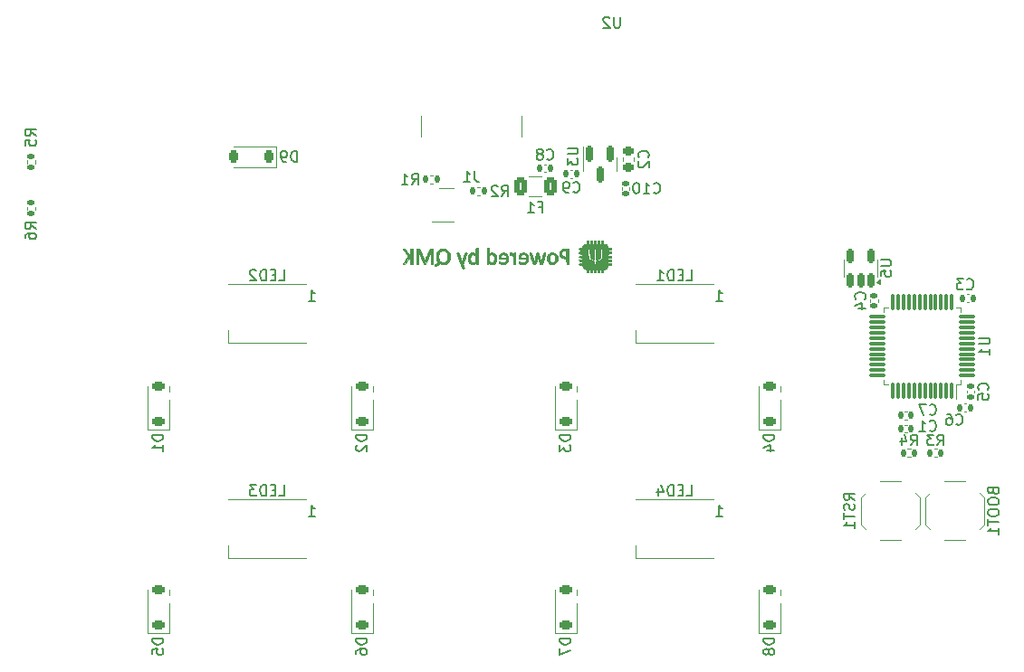
<source format=gbr>
%TF.GenerationSoftware,KiCad,Pcbnew,8.0.2-1*%
%TF.CreationDate,2024-05-13T14:31:14+01:00*%
%TF.ProjectId,Daisy V2 - STM32,44616973-7920-4563-9220-2d2053544d33,rev?*%
%TF.SameCoordinates,Original*%
%TF.FileFunction,Legend,Bot*%
%TF.FilePolarity,Positive*%
%FSLAX46Y46*%
G04 Gerber Fmt 4.6, Leading zero omitted, Abs format (unit mm)*
G04 Created by KiCad (PCBNEW 8.0.2-1) date 2024-05-13 14:31:14*
%MOMM*%
%LPD*%
G01*
G04 APERTURE LIST*
G04 Aperture macros list*
%AMRoundRect*
0 Rectangle with rounded corners*
0 $1 Rounding radius*
0 $2 $3 $4 $5 $6 $7 $8 $9 X,Y pos of 4 corners*
0 Add a 4 corners polygon primitive as box body*
4,1,4,$2,$3,$4,$5,$6,$7,$8,$9,$2,$3,0*
0 Add four circle primitives for the rounded corners*
1,1,$1+$1,$2,$3*
1,1,$1+$1,$4,$5*
1,1,$1+$1,$6,$7*
1,1,$1+$1,$8,$9*
0 Add four rect primitives between the rounded corners*
20,1,$1+$1,$2,$3,$4,$5,0*
20,1,$1+$1,$4,$5,$6,$7,0*
20,1,$1+$1,$6,$7,$8,$9,0*
20,1,$1+$1,$8,$9,$2,$3,0*%
G04 Aperture macros list end*
%ADD10C,0.150000*%
%ADD11C,0.120000*%
%ADD12C,0.010000*%
%ADD13R,1.700000X1.700000*%
%ADD14O,1.700000X1.700000*%
%ADD15C,4.200000*%
%ADD16R,2.000000X2.000000*%
%ADD17C,2.000000*%
%ADD18R,3.200000X2.000000*%
%ADD19C,1.750000*%
%ADD20C,3.987800*%
%ADD21C,2.300000*%
%ADD22RoundRect,0.140000X0.170000X-0.140000X0.170000X0.140000X-0.170000X0.140000X-0.170000X-0.140000X0*%
%ADD23RoundRect,0.075000X0.075000X-0.662500X0.075000X0.662500X-0.075000X0.662500X-0.075000X-0.662500X0*%
%ADD24RoundRect,0.075000X0.662500X-0.075000X0.662500X0.075000X-0.662500X0.075000X-0.662500X-0.075000X0*%
%ADD25RoundRect,0.225000X0.375000X-0.225000X0.375000X0.225000X-0.375000X0.225000X-0.375000X-0.225000X0*%
%ADD26R,1.500000X0.900000*%
%ADD27RoundRect,0.140000X-0.140000X-0.170000X0.140000X-0.170000X0.140000X0.170000X-0.140000X0.170000X0*%
%ADD28R,1.000000X1.700000*%
%ADD29R,0.700000X1.000000*%
%ADD30R,0.700000X0.600000*%
%ADD31RoundRect,0.140000X-0.170000X0.140000X-0.170000X-0.140000X0.170000X-0.140000X0.170000X0.140000X0*%
%ADD32RoundRect,0.225000X0.225000X0.375000X-0.225000X0.375000X-0.225000X-0.375000X0.225000X-0.375000X0*%
%ADD33RoundRect,0.150000X-0.150000X0.587500X-0.150000X-0.587500X0.150000X-0.587500X0.150000X0.587500X0*%
%ADD34RoundRect,0.150000X0.150000X-0.512500X0.150000X0.512500X-0.150000X0.512500X-0.150000X-0.512500X0*%
%ADD35RoundRect,0.135000X-0.135000X-0.185000X0.135000X-0.185000X0.135000X0.185000X-0.135000X0.185000X0*%
%ADD36RoundRect,0.250000X-0.375000X-0.625000X0.375000X-0.625000X0.375000X0.625000X-0.375000X0.625000X0*%
%ADD37RoundRect,0.135000X-0.185000X0.135000X-0.185000X-0.135000X0.185000X-0.135000X0.185000X0.135000X0*%
%ADD38RoundRect,0.140000X0.140000X0.170000X-0.140000X0.170000X-0.140000X-0.170000X0.140000X-0.170000X0*%
%ADD39RoundRect,0.135000X0.135000X0.185000X-0.135000X0.185000X-0.135000X-0.185000X0.135000X-0.185000X0*%
%ADD40C,0.650000*%
%ADD41R,0.600000X1.450000*%
%ADD42R,0.300000X1.450000*%
%ADD43O,1.000000X1.600000*%
%ADD44O,1.000000X2.100000*%
%ADD45RoundRect,0.225000X0.250000X-0.225000X0.250000X0.225000X-0.250000X0.225000X-0.250000X-0.225000X0*%
G04 APERTURE END LIST*
D10*
X105392080Y-43685833D02*
X105439700Y-43638214D01*
X105439700Y-43638214D02*
X105487319Y-43495357D01*
X105487319Y-43495357D02*
X105487319Y-43400119D01*
X105487319Y-43400119D02*
X105439700Y-43257262D01*
X105439700Y-43257262D02*
X105344461Y-43162024D01*
X105344461Y-43162024D02*
X105249223Y-43114405D01*
X105249223Y-43114405D02*
X105058747Y-43066786D01*
X105058747Y-43066786D02*
X104915890Y-43066786D01*
X104915890Y-43066786D02*
X104725414Y-43114405D01*
X104725414Y-43114405D02*
X104630176Y-43162024D01*
X104630176Y-43162024D02*
X104534938Y-43257262D01*
X104534938Y-43257262D02*
X104487319Y-43400119D01*
X104487319Y-43400119D02*
X104487319Y-43495357D01*
X104487319Y-43495357D02*
X104534938Y-43638214D01*
X104534938Y-43638214D02*
X104582557Y-43685833D01*
X104820652Y-44542976D02*
X105487319Y-44542976D01*
X104439700Y-44304881D02*
X105153985Y-44066786D01*
X105153985Y-44066786D02*
X105153985Y-44685833D01*
X116087319Y-47340595D02*
X116896842Y-47340595D01*
X116896842Y-47340595D02*
X116992080Y-47388214D01*
X116992080Y-47388214D02*
X117039700Y-47435833D01*
X117039700Y-47435833D02*
X117087319Y-47531071D01*
X117087319Y-47531071D02*
X117087319Y-47721547D01*
X117087319Y-47721547D02*
X117039700Y-47816785D01*
X117039700Y-47816785D02*
X116992080Y-47864404D01*
X116992080Y-47864404D02*
X116896842Y-47912023D01*
X116896842Y-47912023D02*
X116087319Y-47912023D01*
X117087319Y-48912023D02*
X117087319Y-48340595D01*
X117087319Y-48626309D02*
X116087319Y-48626309D01*
X116087319Y-48626309D02*
X116230176Y-48531071D01*
X116230176Y-48531071D02*
X116325414Y-48435833D01*
X116325414Y-48435833D02*
X116373033Y-48340595D01*
X58849194Y-56414405D02*
X57849194Y-56414405D01*
X57849194Y-56414405D02*
X57849194Y-56652500D01*
X57849194Y-56652500D02*
X57896813Y-56795357D01*
X57896813Y-56795357D02*
X57992051Y-56890595D01*
X57992051Y-56890595D02*
X58087289Y-56938214D01*
X58087289Y-56938214D02*
X58277765Y-56985833D01*
X58277765Y-56985833D02*
X58420622Y-56985833D01*
X58420622Y-56985833D02*
X58611098Y-56938214D01*
X58611098Y-56938214D02*
X58706336Y-56890595D01*
X58706336Y-56890595D02*
X58801575Y-56795357D01*
X58801575Y-56795357D02*
X58849194Y-56652500D01*
X58849194Y-56652500D02*
X58849194Y-56414405D01*
X57944432Y-57366786D02*
X57896813Y-57414405D01*
X57896813Y-57414405D02*
X57849194Y-57509643D01*
X57849194Y-57509643D02*
X57849194Y-57747738D01*
X57849194Y-57747738D02*
X57896813Y-57842976D01*
X57896813Y-57842976D02*
X57944432Y-57890595D01*
X57944432Y-57890595D02*
X58039670Y-57938214D01*
X58039670Y-57938214D02*
X58134908Y-57938214D01*
X58134908Y-57938214D02*
X58277765Y-57890595D01*
X58277765Y-57890595D02*
X58849194Y-57319167D01*
X58849194Y-57319167D02*
X58849194Y-57938214D01*
X88749047Y-62107319D02*
X89225237Y-62107319D01*
X89225237Y-62107319D02*
X89225237Y-61107319D01*
X88415713Y-61583509D02*
X88082380Y-61583509D01*
X87939523Y-62107319D02*
X88415713Y-62107319D01*
X88415713Y-62107319D02*
X88415713Y-61107319D01*
X88415713Y-61107319D02*
X87939523Y-61107319D01*
X87510951Y-62107319D02*
X87510951Y-61107319D01*
X87510951Y-61107319D02*
X87272856Y-61107319D01*
X87272856Y-61107319D02*
X87129999Y-61154938D01*
X87129999Y-61154938D02*
X87034761Y-61250176D01*
X87034761Y-61250176D02*
X86987142Y-61345414D01*
X86987142Y-61345414D02*
X86939523Y-61535890D01*
X86939523Y-61535890D02*
X86939523Y-61678747D01*
X86939523Y-61678747D02*
X86987142Y-61869223D01*
X86987142Y-61869223D02*
X87034761Y-61964461D01*
X87034761Y-61964461D02*
X87129999Y-62059700D01*
X87129999Y-62059700D02*
X87272856Y-62107319D01*
X87272856Y-62107319D02*
X87510951Y-62107319D01*
X86082380Y-61440652D02*
X86082380Y-62107319D01*
X86320475Y-61059700D02*
X86558570Y-61773985D01*
X86558570Y-61773985D02*
X85939523Y-61773985D01*
X91494285Y-64007319D02*
X92065713Y-64007319D01*
X91779999Y-64007319D02*
X91779999Y-63007319D01*
X91779999Y-63007319D02*
X91875237Y-63150176D01*
X91875237Y-63150176D02*
X91970475Y-63245414D01*
X91970475Y-63245414D02*
X92065713Y-63293033D01*
X77899194Y-75464405D02*
X76899194Y-75464405D01*
X76899194Y-75464405D02*
X76899194Y-75702500D01*
X76899194Y-75702500D02*
X76946813Y-75845357D01*
X76946813Y-75845357D02*
X77042051Y-75940595D01*
X77042051Y-75940595D02*
X77137289Y-75988214D01*
X77137289Y-75988214D02*
X77327765Y-76035833D01*
X77327765Y-76035833D02*
X77470622Y-76035833D01*
X77470622Y-76035833D02*
X77661098Y-75988214D01*
X77661098Y-75988214D02*
X77756336Y-75940595D01*
X77756336Y-75940595D02*
X77851575Y-75845357D01*
X77851575Y-75845357D02*
X77899194Y-75702500D01*
X77899194Y-75702500D02*
X77899194Y-75464405D01*
X76899194Y-76369167D02*
X76899194Y-77035833D01*
X76899194Y-77035833D02*
X77899194Y-76607262D01*
X114949166Y-42712080D02*
X114996785Y-42759700D01*
X114996785Y-42759700D02*
X115139642Y-42807319D01*
X115139642Y-42807319D02*
X115234880Y-42807319D01*
X115234880Y-42807319D02*
X115377737Y-42759700D01*
X115377737Y-42759700D02*
X115472975Y-42664461D01*
X115472975Y-42664461D02*
X115520594Y-42569223D01*
X115520594Y-42569223D02*
X115568213Y-42378747D01*
X115568213Y-42378747D02*
X115568213Y-42235890D01*
X115568213Y-42235890D02*
X115520594Y-42045414D01*
X115520594Y-42045414D02*
X115472975Y-41950176D01*
X115472975Y-41950176D02*
X115377737Y-41854938D01*
X115377737Y-41854938D02*
X115234880Y-41807319D01*
X115234880Y-41807319D02*
X115139642Y-41807319D01*
X115139642Y-41807319D02*
X114996785Y-41854938D01*
X114996785Y-41854938D02*
X114949166Y-41902557D01*
X114615832Y-41807319D02*
X113996785Y-41807319D01*
X113996785Y-41807319D02*
X114330118Y-42188271D01*
X114330118Y-42188271D02*
X114187261Y-42188271D01*
X114187261Y-42188271D02*
X114092023Y-42235890D01*
X114092023Y-42235890D02*
X114044404Y-42283509D01*
X114044404Y-42283509D02*
X113996785Y-42378747D01*
X113996785Y-42378747D02*
X113996785Y-42616842D01*
X113996785Y-42616842D02*
X114044404Y-42712080D01*
X114044404Y-42712080D02*
X114092023Y-42759700D01*
X114092023Y-42759700D02*
X114187261Y-42807319D01*
X114187261Y-42807319D02*
X114472975Y-42807319D01*
X114472975Y-42807319D02*
X114568213Y-42759700D01*
X114568213Y-42759700D02*
X114615832Y-42712080D01*
X88749047Y-41954819D02*
X89225237Y-41954819D01*
X89225237Y-41954819D02*
X89225237Y-40954819D01*
X88415713Y-41431009D02*
X88082380Y-41431009D01*
X87939523Y-41954819D02*
X88415713Y-41954819D01*
X88415713Y-41954819D02*
X88415713Y-40954819D01*
X88415713Y-40954819D02*
X87939523Y-40954819D01*
X87510951Y-41954819D02*
X87510951Y-40954819D01*
X87510951Y-40954819D02*
X87272856Y-40954819D01*
X87272856Y-40954819D02*
X87129999Y-41002438D01*
X87129999Y-41002438D02*
X87034761Y-41097676D01*
X87034761Y-41097676D02*
X86987142Y-41192914D01*
X86987142Y-41192914D02*
X86939523Y-41383390D01*
X86939523Y-41383390D02*
X86939523Y-41526247D01*
X86939523Y-41526247D02*
X86987142Y-41716723D01*
X86987142Y-41716723D02*
X87034761Y-41811961D01*
X87034761Y-41811961D02*
X87129999Y-41907200D01*
X87129999Y-41907200D02*
X87272856Y-41954819D01*
X87272856Y-41954819D02*
X87510951Y-41954819D01*
X85987142Y-41954819D02*
X86558570Y-41954819D01*
X86272856Y-41954819D02*
X86272856Y-40954819D01*
X86272856Y-40954819D02*
X86368094Y-41097676D01*
X86368094Y-41097676D02*
X86463332Y-41192914D01*
X86463332Y-41192914D02*
X86558570Y-41240533D01*
X91494285Y-43854819D02*
X92065713Y-43854819D01*
X91779999Y-43854819D02*
X91779999Y-42854819D01*
X91779999Y-42854819D02*
X91875237Y-42997676D01*
X91875237Y-42997676D02*
X91970475Y-43092914D01*
X91970475Y-43092914D02*
X92065713Y-43140533D01*
X96949194Y-75464405D02*
X95949194Y-75464405D01*
X95949194Y-75464405D02*
X95949194Y-75702500D01*
X95949194Y-75702500D02*
X95996813Y-75845357D01*
X95996813Y-75845357D02*
X96092051Y-75940595D01*
X96092051Y-75940595D02*
X96187289Y-75988214D01*
X96187289Y-75988214D02*
X96377765Y-76035833D01*
X96377765Y-76035833D02*
X96520622Y-76035833D01*
X96520622Y-76035833D02*
X96711098Y-75988214D01*
X96711098Y-75988214D02*
X96806336Y-75940595D01*
X96806336Y-75940595D02*
X96901575Y-75845357D01*
X96901575Y-75845357D02*
X96949194Y-75702500D01*
X96949194Y-75702500D02*
X96949194Y-75464405D01*
X96377765Y-76607262D02*
X96330146Y-76512024D01*
X96330146Y-76512024D02*
X96282527Y-76464405D01*
X96282527Y-76464405D02*
X96187289Y-76416786D01*
X96187289Y-76416786D02*
X96139670Y-76416786D01*
X96139670Y-76416786D02*
X96044432Y-76464405D01*
X96044432Y-76464405D02*
X95996813Y-76512024D01*
X95996813Y-76512024D02*
X95949194Y-76607262D01*
X95949194Y-76607262D02*
X95949194Y-76797738D01*
X95949194Y-76797738D02*
X95996813Y-76892976D01*
X95996813Y-76892976D02*
X96044432Y-76940595D01*
X96044432Y-76940595D02*
X96139670Y-76988214D01*
X96139670Y-76988214D02*
X96187289Y-76988214D01*
X96187289Y-76988214D02*
X96282527Y-76940595D01*
X96282527Y-76940595D02*
X96330146Y-76892976D01*
X96330146Y-76892976D02*
X96377765Y-76797738D01*
X96377765Y-76797738D02*
X96377765Y-76607262D01*
X96377765Y-76607262D02*
X96425384Y-76512024D01*
X96425384Y-76512024D02*
X96473003Y-76464405D01*
X96473003Y-76464405D02*
X96568241Y-76416786D01*
X96568241Y-76416786D02*
X96758717Y-76416786D01*
X96758717Y-76416786D02*
X96853955Y-76464405D01*
X96853955Y-76464405D02*
X96901575Y-76512024D01*
X96901575Y-76512024D02*
X96949194Y-76607262D01*
X96949194Y-76607262D02*
X96949194Y-76797738D01*
X96949194Y-76797738D02*
X96901575Y-76892976D01*
X96901575Y-76892976D02*
X96853955Y-76940595D01*
X96853955Y-76940595D02*
X96758717Y-76988214D01*
X96758717Y-76988214D02*
X96568241Y-76988214D01*
X96568241Y-76988214D02*
X96473003Y-76940595D01*
X96473003Y-76940595D02*
X96425384Y-76892976D01*
X96425384Y-76892976D02*
X96377765Y-76797738D01*
X117413509Y-61676666D02*
X117461128Y-61819523D01*
X117461128Y-61819523D02*
X117508747Y-61867142D01*
X117508747Y-61867142D02*
X117603985Y-61914761D01*
X117603985Y-61914761D02*
X117746842Y-61914761D01*
X117746842Y-61914761D02*
X117842080Y-61867142D01*
X117842080Y-61867142D02*
X117889700Y-61819523D01*
X117889700Y-61819523D02*
X117937319Y-61724285D01*
X117937319Y-61724285D02*
X117937319Y-61343333D01*
X117937319Y-61343333D02*
X116937319Y-61343333D01*
X116937319Y-61343333D02*
X116937319Y-61676666D01*
X116937319Y-61676666D02*
X116984938Y-61771904D01*
X116984938Y-61771904D02*
X117032557Y-61819523D01*
X117032557Y-61819523D02*
X117127795Y-61867142D01*
X117127795Y-61867142D02*
X117223033Y-61867142D01*
X117223033Y-61867142D02*
X117318271Y-61819523D01*
X117318271Y-61819523D02*
X117365890Y-61771904D01*
X117365890Y-61771904D02*
X117413509Y-61676666D01*
X117413509Y-61676666D02*
X117413509Y-61343333D01*
X116937319Y-62533809D02*
X116937319Y-62724285D01*
X116937319Y-62724285D02*
X116984938Y-62819523D01*
X116984938Y-62819523D02*
X117080176Y-62914761D01*
X117080176Y-62914761D02*
X117270652Y-62962380D01*
X117270652Y-62962380D02*
X117603985Y-62962380D01*
X117603985Y-62962380D02*
X117794461Y-62914761D01*
X117794461Y-62914761D02*
X117889700Y-62819523D01*
X117889700Y-62819523D02*
X117937319Y-62724285D01*
X117937319Y-62724285D02*
X117937319Y-62533809D01*
X117937319Y-62533809D02*
X117889700Y-62438571D01*
X117889700Y-62438571D02*
X117794461Y-62343333D01*
X117794461Y-62343333D02*
X117603985Y-62295714D01*
X117603985Y-62295714D02*
X117270652Y-62295714D01*
X117270652Y-62295714D02*
X117080176Y-62343333D01*
X117080176Y-62343333D02*
X116984938Y-62438571D01*
X116984938Y-62438571D02*
X116937319Y-62533809D01*
X116937319Y-63581428D02*
X116937319Y-63771904D01*
X116937319Y-63771904D02*
X116984938Y-63867142D01*
X116984938Y-63867142D02*
X117080176Y-63962380D01*
X117080176Y-63962380D02*
X117270652Y-64009999D01*
X117270652Y-64009999D02*
X117603985Y-64009999D01*
X117603985Y-64009999D02*
X117794461Y-63962380D01*
X117794461Y-63962380D02*
X117889700Y-63867142D01*
X117889700Y-63867142D02*
X117937319Y-63771904D01*
X117937319Y-63771904D02*
X117937319Y-63581428D01*
X117937319Y-63581428D02*
X117889700Y-63486190D01*
X117889700Y-63486190D02*
X117794461Y-63390952D01*
X117794461Y-63390952D02*
X117603985Y-63343333D01*
X117603985Y-63343333D02*
X117270652Y-63343333D01*
X117270652Y-63343333D02*
X117080176Y-63390952D01*
X117080176Y-63390952D02*
X116984938Y-63486190D01*
X116984938Y-63486190D02*
X116937319Y-63581428D01*
X116937319Y-64295714D02*
X116937319Y-64867142D01*
X117937319Y-64581428D02*
X116937319Y-64581428D01*
X117937319Y-65724285D02*
X117937319Y-65152857D01*
X117937319Y-65438571D02*
X116937319Y-65438571D01*
X116937319Y-65438571D02*
X117080176Y-65343333D01*
X117080176Y-65343333D02*
X117175414Y-65248095D01*
X117175414Y-65248095D02*
X117223033Y-65152857D01*
X96949194Y-56414405D02*
X95949194Y-56414405D01*
X95949194Y-56414405D02*
X95949194Y-56652500D01*
X95949194Y-56652500D02*
X95996813Y-56795357D01*
X95996813Y-56795357D02*
X96092051Y-56890595D01*
X96092051Y-56890595D02*
X96187289Y-56938214D01*
X96187289Y-56938214D02*
X96377765Y-56985833D01*
X96377765Y-56985833D02*
X96520622Y-56985833D01*
X96520622Y-56985833D02*
X96711098Y-56938214D01*
X96711098Y-56938214D02*
X96806336Y-56890595D01*
X96806336Y-56890595D02*
X96901575Y-56795357D01*
X96901575Y-56795357D02*
X96949194Y-56652500D01*
X96949194Y-56652500D02*
X96949194Y-56414405D01*
X96282527Y-57842976D02*
X96949194Y-57842976D01*
X95901575Y-57604881D02*
X96615860Y-57366786D01*
X96615860Y-57366786D02*
X96615860Y-57985833D01*
X82524404Y-17294819D02*
X82524404Y-18104342D01*
X82524404Y-18104342D02*
X82476785Y-18199580D01*
X82476785Y-18199580D02*
X82429166Y-18247200D01*
X82429166Y-18247200D02*
X82333928Y-18294819D01*
X82333928Y-18294819D02*
X82143452Y-18294819D01*
X82143452Y-18294819D02*
X82048214Y-18247200D01*
X82048214Y-18247200D02*
X82000595Y-18199580D01*
X82000595Y-18199580D02*
X81952976Y-18104342D01*
X81952976Y-18104342D02*
X81952976Y-17294819D01*
X81524404Y-17390057D02*
X81476785Y-17342438D01*
X81476785Y-17342438D02*
X81381547Y-17294819D01*
X81381547Y-17294819D02*
X81143452Y-17294819D01*
X81143452Y-17294819D02*
X81048214Y-17342438D01*
X81048214Y-17342438D02*
X81000595Y-17390057D01*
X81000595Y-17390057D02*
X80952976Y-17485295D01*
X80952976Y-17485295D02*
X80952976Y-17580533D01*
X80952976Y-17580533D02*
X81000595Y-17723390D01*
X81000595Y-17723390D02*
X81572023Y-18294819D01*
X81572023Y-18294819D02*
X80952976Y-18294819D01*
X116892080Y-52185833D02*
X116939700Y-52138214D01*
X116939700Y-52138214D02*
X116987319Y-51995357D01*
X116987319Y-51995357D02*
X116987319Y-51900119D01*
X116987319Y-51900119D02*
X116939700Y-51757262D01*
X116939700Y-51757262D02*
X116844461Y-51662024D01*
X116844461Y-51662024D02*
X116749223Y-51614405D01*
X116749223Y-51614405D02*
X116558747Y-51566786D01*
X116558747Y-51566786D02*
X116415890Y-51566786D01*
X116415890Y-51566786D02*
X116225414Y-51614405D01*
X116225414Y-51614405D02*
X116130176Y-51662024D01*
X116130176Y-51662024D02*
X116034938Y-51757262D01*
X116034938Y-51757262D02*
X115987319Y-51900119D01*
X115987319Y-51900119D02*
X115987319Y-51995357D01*
X115987319Y-51995357D02*
X116034938Y-52138214D01*
X116034938Y-52138214D02*
X116082557Y-52185833D01*
X115987319Y-53090595D02*
X115987319Y-52614405D01*
X115987319Y-52614405D02*
X116463509Y-52566786D01*
X116463509Y-52566786D02*
X116415890Y-52614405D01*
X116415890Y-52614405D02*
X116368271Y-52709643D01*
X116368271Y-52709643D02*
X116368271Y-52947738D01*
X116368271Y-52947738D02*
X116415890Y-53042976D01*
X116415890Y-53042976D02*
X116463509Y-53090595D01*
X116463509Y-53090595D02*
X116558747Y-53138214D01*
X116558747Y-53138214D02*
X116796842Y-53138214D01*
X116796842Y-53138214D02*
X116892080Y-53090595D01*
X116892080Y-53090595D02*
X116939700Y-53042976D01*
X116939700Y-53042976D02*
X116987319Y-52947738D01*
X116987319Y-52947738D02*
X116987319Y-52709643D01*
X116987319Y-52709643D02*
X116939700Y-52614405D01*
X116939700Y-52614405D02*
X116892080Y-52566786D01*
X58849194Y-75464405D02*
X57849194Y-75464405D01*
X57849194Y-75464405D02*
X57849194Y-75702500D01*
X57849194Y-75702500D02*
X57896813Y-75845357D01*
X57896813Y-75845357D02*
X57992051Y-75940595D01*
X57992051Y-75940595D02*
X58087289Y-75988214D01*
X58087289Y-75988214D02*
X58277765Y-76035833D01*
X58277765Y-76035833D02*
X58420622Y-76035833D01*
X58420622Y-76035833D02*
X58611098Y-75988214D01*
X58611098Y-75988214D02*
X58706336Y-75940595D01*
X58706336Y-75940595D02*
X58801575Y-75845357D01*
X58801575Y-75845357D02*
X58849194Y-75702500D01*
X58849194Y-75702500D02*
X58849194Y-75464405D01*
X57849194Y-76892976D02*
X57849194Y-76702500D01*
X57849194Y-76702500D02*
X57896813Y-76607262D01*
X57896813Y-76607262D02*
X57944432Y-76559643D01*
X57944432Y-76559643D02*
X58087289Y-76464405D01*
X58087289Y-76464405D02*
X58277765Y-76416786D01*
X58277765Y-76416786D02*
X58658717Y-76416786D01*
X58658717Y-76416786D02*
X58753955Y-76464405D01*
X58753955Y-76464405D02*
X58801575Y-76512024D01*
X58801575Y-76512024D02*
X58849194Y-76607262D01*
X58849194Y-76607262D02*
X58849194Y-76797738D01*
X58849194Y-76797738D02*
X58801575Y-76892976D01*
X58801575Y-76892976D02*
X58753955Y-76940595D01*
X58753955Y-76940595D02*
X58658717Y-76988214D01*
X58658717Y-76988214D02*
X58420622Y-76988214D01*
X58420622Y-76988214D02*
X58325384Y-76940595D01*
X58325384Y-76940595D02*
X58277765Y-76892976D01*
X58277765Y-76892976D02*
X58230146Y-76797738D01*
X58230146Y-76797738D02*
X58230146Y-76607262D01*
X58230146Y-76607262D02*
X58277765Y-76512024D01*
X58277765Y-76512024D02*
X58325384Y-76464405D01*
X58325384Y-76464405D02*
X58420622Y-76416786D01*
X104457319Y-62496190D02*
X103981128Y-62162857D01*
X104457319Y-61924762D02*
X103457319Y-61924762D01*
X103457319Y-61924762D02*
X103457319Y-62305714D01*
X103457319Y-62305714D02*
X103504938Y-62400952D01*
X103504938Y-62400952D02*
X103552557Y-62448571D01*
X103552557Y-62448571D02*
X103647795Y-62496190D01*
X103647795Y-62496190D02*
X103790652Y-62496190D01*
X103790652Y-62496190D02*
X103885890Y-62448571D01*
X103885890Y-62448571D02*
X103933509Y-62400952D01*
X103933509Y-62400952D02*
X103981128Y-62305714D01*
X103981128Y-62305714D02*
X103981128Y-61924762D01*
X104409700Y-62877143D02*
X104457319Y-63020000D01*
X104457319Y-63020000D02*
X104457319Y-63258095D01*
X104457319Y-63258095D02*
X104409700Y-63353333D01*
X104409700Y-63353333D02*
X104362080Y-63400952D01*
X104362080Y-63400952D02*
X104266842Y-63448571D01*
X104266842Y-63448571D02*
X104171604Y-63448571D01*
X104171604Y-63448571D02*
X104076366Y-63400952D01*
X104076366Y-63400952D02*
X104028747Y-63353333D01*
X104028747Y-63353333D02*
X103981128Y-63258095D01*
X103981128Y-63258095D02*
X103933509Y-63067619D01*
X103933509Y-63067619D02*
X103885890Y-62972381D01*
X103885890Y-62972381D02*
X103838271Y-62924762D01*
X103838271Y-62924762D02*
X103743033Y-62877143D01*
X103743033Y-62877143D02*
X103647795Y-62877143D01*
X103647795Y-62877143D02*
X103552557Y-62924762D01*
X103552557Y-62924762D02*
X103504938Y-62972381D01*
X103504938Y-62972381D02*
X103457319Y-63067619D01*
X103457319Y-63067619D02*
X103457319Y-63305714D01*
X103457319Y-63305714D02*
X103504938Y-63448571D01*
X103457319Y-63734286D02*
X103457319Y-64305714D01*
X104457319Y-64020000D02*
X103457319Y-64020000D01*
X104457319Y-65162857D02*
X104457319Y-64591429D01*
X104457319Y-64877143D02*
X103457319Y-64877143D01*
X103457319Y-64877143D02*
X103600176Y-64781905D01*
X103600176Y-64781905D02*
X103695414Y-64686667D01*
X103695414Y-64686667D02*
X103743033Y-64591429D01*
X39799194Y-56414405D02*
X38799194Y-56414405D01*
X38799194Y-56414405D02*
X38799194Y-56652500D01*
X38799194Y-56652500D02*
X38846813Y-56795357D01*
X38846813Y-56795357D02*
X38942051Y-56890595D01*
X38942051Y-56890595D02*
X39037289Y-56938214D01*
X39037289Y-56938214D02*
X39227765Y-56985833D01*
X39227765Y-56985833D02*
X39370622Y-56985833D01*
X39370622Y-56985833D02*
X39561098Y-56938214D01*
X39561098Y-56938214D02*
X39656336Y-56890595D01*
X39656336Y-56890595D02*
X39751575Y-56795357D01*
X39751575Y-56795357D02*
X39799194Y-56652500D01*
X39799194Y-56652500D02*
X39799194Y-56414405D01*
X39799194Y-57938214D02*
X39799194Y-57366786D01*
X39799194Y-57652500D02*
X38799194Y-57652500D01*
X38799194Y-57652500D02*
X38942051Y-57557262D01*
X38942051Y-57557262D02*
X39037289Y-57462024D01*
X39037289Y-57462024D02*
X39084908Y-57366786D01*
X50649047Y-62107319D02*
X51125237Y-62107319D01*
X51125237Y-62107319D02*
X51125237Y-61107319D01*
X50315713Y-61583509D02*
X49982380Y-61583509D01*
X49839523Y-62107319D02*
X50315713Y-62107319D01*
X50315713Y-62107319D02*
X50315713Y-61107319D01*
X50315713Y-61107319D02*
X49839523Y-61107319D01*
X49410951Y-62107319D02*
X49410951Y-61107319D01*
X49410951Y-61107319D02*
X49172856Y-61107319D01*
X49172856Y-61107319D02*
X49029999Y-61154938D01*
X49029999Y-61154938D02*
X48934761Y-61250176D01*
X48934761Y-61250176D02*
X48887142Y-61345414D01*
X48887142Y-61345414D02*
X48839523Y-61535890D01*
X48839523Y-61535890D02*
X48839523Y-61678747D01*
X48839523Y-61678747D02*
X48887142Y-61869223D01*
X48887142Y-61869223D02*
X48934761Y-61964461D01*
X48934761Y-61964461D02*
X49029999Y-62059700D01*
X49029999Y-62059700D02*
X49172856Y-62107319D01*
X49172856Y-62107319D02*
X49410951Y-62107319D01*
X48506189Y-61107319D02*
X47887142Y-61107319D01*
X47887142Y-61107319D02*
X48220475Y-61488271D01*
X48220475Y-61488271D02*
X48077618Y-61488271D01*
X48077618Y-61488271D02*
X47982380Y-61535890D01*
X47982380Y-61535890D02*
X47934761Y-61583509D01*
X47934761Y-61583509D02*
X47887142Y-61678747D01*
X47887142Y-61678747D02*
X47887142Y-61916842D01*
X47887142Y-61916842D02*
X47934761Y-62012080D01*
X47934761Y-62012080D02*
X47982380Y-62059700D01*
X47982380Y-62059700D02*
X48077618Y-62107319D01*
X48077618Y-62107319D02*
X48363332Y-62107319D01*
X48363332Y-62107319D02*
X48458570Y-62059700D01*
X48458570Y-62059700D02*
X48506189Y-62012080D01*
X53394285Y-64007319D02*
X53965713Y-64007319D01*
X53679999Y-64007319D02*
X53679999Y-63007319D01*
X53679999Y-63007319D02*
X53775237Y-63150176D01*
X53775237Y-63150176D02*
X53870475Y-63245414D01*
X53870475Y-63245414D02*
X53965713Y-63293033D01*
X52309344Y-30831694D02*
X52309344Y-29831694D01*
X52309344Y-29831694D02*
X52071249Y-29831694D01*
X52071249Y-29831694D02*
X51928392Y-29879313D01*
X51928392Y-29879313D02*
X51833154Y-29974551D01*
X51833154Y-29974551D02*
X51785535Y-30069789D01*
X51785535Y-30069789D02*
X51737916Y-30260265D01*
X51737916Y-30260265D02*
X51737916Y-30403122D01*
X51737916Y-30403122D02*
X51785535Y-30593598D01*
X51785535Y-30593598D02*
X51833154Y-30688836D01*
X51833154Y-30688836D02*
X51928392Y-30784075D01*
X51928392Y-30784075D02*
X52071249Y-30831694D01*
X52071249Y-30831694D02*
X52309344Y-30831694D01*
X51261725Y-30831694D02*
X51071249Y-30831694D01*
X51071249Y-30831694D02*
X50976011Y-30784075D01*
X50976011Y-30784075D02*
X50928392Y-30736455D01*
X50928392Y-30736455D02*
X50833154Y-30593598D01*
X50833154Y-30593598D02*
X50785535Y-30403122D01*
X50785535Y-30403122D02*
X50785535Y-30022170D01*
X50785535Y-30022170D02*
X50833154Y-29926932D01*
X50833154Y-29926932D02*
X50880773Y-29879313D01*
X50880773Y-29879313D02*
X50976011Y-29831694D01*
X50976011Y-29831694D02*
X51166487Y-29831694D01*
X51166487Y-29831694D02*
X51261725Y-29879313D01*
X51261725Y-29879313D02*
X51309344Y-29926932D01*
X51309344Y-29926932D02*
X51356963Y-30022170D01*
X51356963Y-30022170D02*
X51356963Y-30260265D01*
X51356963Y-30260265D02*
X51309344Y-30355503D01*
X51309344Y-30355503D02*
X51261725Y-30403122D01*
X51261725Y-30403122D02*
X51166487Y-30450741D01*
X51166487Y-30450741D02*
X50976011Y-30450741D01*
X50976011Y-30450741D02*
X50880773Y-30403122D01*
X50880773Y-30403122D02*
X50833154Y-30355503D01*
X50833154Y-30355503D02*
X50785535Y-30260265D01*
X77584194Y-29554970D02*
X78393717Y-29554970D01*
X78393717Y-29554970D02*
X78488955Y-29602589D01*
X78488955Y-29602589D02*
X78536575Y-29650208D01*
X78536575Y-29650208D02*
X78584194Y-29745446D01*
X78584194Y-29745446D02*
X78584194Y-29935922D01*
X78584194Y-29935922D02*
X78536575Y-30031160D01*
X78536575Y-30031160D02*
X78488955Y-30078779D01*
X78488955Y-30078779D02*
X78393717Y-30126398D01*
X78393717Y-30126398D02*
X77584194Y-30126398D01*
X77584194Y-30507351D02*
X77584194Y-31126398D01*
X77584194Y-31126398D02*
X77965146Y-30793065D01*
X77965146Y-30793065D02*
X77965146Y-30935922D01*
X77965146Y-30935922D02*
X78012765Y-31031160D01*
X78012765Y-31031160D02*
X78060384Y-31078779D01*
X78060384Y-31078779D02*
X78155622Y-31126398D01*
X78155622Y-31126398D02*
X78393717Y-31126398D01*
X78393717Y-31126398D02*
X78488955Y-31078779D01*
X78488955Y-31078779D02*
X78536575Y-31031160D01*
X78536575Y-31031160D02*
X78584194Y-30935922D01*
X78584194Y-30935922D02*
X78584194Y-30650208D01*
X78584194Y-30650208D02*
X78536575Y-30554970D01*
X78536575Y-30554970D02*
X78488955Y-30507351D01*
X113949166Y-55372080D02*
X113996785Y-55419700D01*
X113996785Y-55419700D02*
X114139642Y-55467319D01*
X114139642Y-55467319D02*
X114234880Y-55467319D01*
X114234880Y-55467319D02*
X114377737Y-55419700D01*
X114377737Y-55419700D02*
X114472975Y-55324461D01*
X114472975Y-55324461D02*
X114520594Y-55229223D01*
X114520594Y-55229223D02*
X114568213Y-55038747D01*
X114568213Y-55038747D02*
X114568213Y-54895890D01*
X114568213Y-54895890D02*
X114520594Y-54705414D01*
X114520594Y-54705414D02*
X114472975Y-54610176D01*
X114472975Y-54610176D02*
X114377737Y-54514938D01*
X114377737Y-54514938D02*
X114234880Y-54467319D01*
X114234880Y-54467319D02*
X114139642Y-54467319D01*
X114139642Y-54467319D02*
X113996785Y-54514938D01*
X113996785Y-54514938D02*
X113949166Y-54562557D01*
X113092023Y-54467319D02*
X113282499Y-54467319D01*
X113282499Y-54467319D02*
X113377737Y-54514938D01*
X113377737Y-54514938D02*
X113425356Y-54562557D01*
X113425356Y-54562557D02*
X113520594Y-54705414D01*
X113520594Y-54705414D02*
X113568213Y-54895890D01*
X113568213Y-54895890D02*
X113568213Y-55276842D01*
X113568213Y-55276842D02*
X113520594Y-55372080D01*
X113520594Y-55372080D02*
X113472975Y-55419700D01*
X113472975Y-55419700D02*
X113377737Y-55467319D01*
X113377737Y-55467319D02*
X113187261Y-55467319D01*
X113187261Y-55467319D02*
X113092023Y-55419700D01*
X113092023Y-55419700D02*
X113044404Y-55372080D01*
X113044404Y-55372080D02*
X112996785Y-55276842D01*
X112996785Y-55276842D02*
X112996785Y-55038747D01*
X112996785Y-55038747D02*
X113044404Y-54943509D01*
X113044404Y-54943509D02*
X113092023Y-54895890D01*
X113092023Y-54895890D02*
X113187261Y-54848271D01*
X113187261Y-54848271D02*
X113377737Y-54848271D01*
X113377737Y-54848271D02*
X113472975Y-54895890D01*
X113472975Y-54895890D02*
X113520594Y-54943509D01*
X113520594Y-54943509D02*
X113568213Y-55038747D01*
X106876694Y-40014970D02*
X107686217Y-40014970D01*
X107686217Y-40014970D02*
X107781455Y-40062589D01*
X107781455Y-40062589D02*
X107829075Y-40110208D01*
X107829075Y-40110208D02*
X107876694Y-40205446D01*
X107876694Y-40205446D02*
X107876694Y-40395922D01*
X107876694Y-40395922D02*
X107829075Y-40491160D01*
X107829075Y-40491160D02*
X107781455Y-40538779D01*
X107781455Y-40538779D02*
X107686217Y-40586398D01*
X107686217Y-40586398D02*
X106876694Y-40586398D01*
X106876694Y-41538779D02*
X106876694Y-41062589D01*
X106876694Y-41062589D02*
X107352884Y-41014970D01*
X107352884Y-41014970D02*
X107305265Y-41062589D01*
X107305265Y-41062589D02*
X107257646Y-41157827D01*
X107257646Y-41157827D02*
X107257646Y-41395922D01*
X107257646Y-41395922D02*
X107305265Y-41491160D01*
X107305265Y-41491160D02*
X107352884Y-41538779D01*
X107352884Y-41538779D02*
X107448122Y-41586398D01*
X107448122Y-41586398D02*
X107686217Y-41586398D01*
X107686217Y-41586398D02*
X107781455Y-41538779D01*
X107781455Y-41538779D02*
X107829075Y-41491160D01*
X107829075Y-41491160D02*
X107876694Y-41395922D01*
X107876694Y-41395922D02*
X107876694Y-41157827D01*
X107876694Y-41157827D02*
X107829075Y-41062589D01*
X107829075Y-41062589D02*
X107781455Y-41014970D01*
X63046041Y-32961694D02*
X63379374Y-32485503D01*
X63617469Y-32961694D02*
X63617469Y-31961694D01*
X63617469Y-31961694D02*
X63236517Y-31961694D01*
X63236517Y-31961694D02*
X63141279Y-32009313D01*
X63141279Y-32009313D02*
X63093660Y-32056932D01*
X63093660Y-32056932D02*
X63046041Y-32152170D01*
X63046041Y-32152170D02*
X63046041Y-32295027D01*
X63046041Y-32295027D02*
X63093660Y-32390265D01*
X63093660Y-32390265D02*
X63141279Y-32437884D01*
X63141279Y-32437884D02*
X63236517Y-32485503D01*
X63236517Y-32485503D02*
X63617469Y-32485503D01*
X62093660Y-32961694D02*
X62665088Y-32961694D01*
X62379374Y-32961694D02*
X62379374Y-31961694D01*
X62379374Y-31961694D02*
X62474612Y-32104551D01*
X62474612Y-32104551D02*
X62569850Y-32199789D01*
X62569850Y-32199789D02*
X62665088Y-32247408D01*
X85662232Y-33706455D02*
X85709851Y-33754075D01*
X85709851Y-33754075D02*
X85852708Y-33801694D01*
X85852708Y-33801694D02*
X85947946Y-33801694D01*
X85947946Y-33801694D02*
X86090803Y-33754075D01*
X86090803Y-33754075D02*
X86186041Y-33658836D01*
X86186041Y-33658836D02*
X86233660Y-33563598D01*
X86233660Y-33563598D02*
X86281279Y-33373122D01*
X86281279Y-33373122D02*
X86281279Y-33230265D01*
X86281279Y-33230265D02*
X86233660Y-33039789D01*
X86233660Y-33039789D02*
X86186041Y-32944551D01*
X86186041Y-32944551D02*
X86090803Y-32849313D01*
X86090803Y-32849313D02*
X85947946Y-32801694D01*
X85947946Y-32801694D02*
X85852708Y-32801694D01*
X85852708Y-32801694D02*
X85709851Y-32849313D01*
X85709851Y-32849313D02*
X85662232Y-32896932D01*
X84709851Y-33801694D02*
X85281279Y-33801694D01*
X84995565Y-33801694D02*
X84995565Y-32801694D01*
X84995565Y-32801694D02*
X85090803Y-32944551D01*
X85090803Y-32944551D02*
X85186041Y-33039789D01*
X85186041Y-33039789D02*
X85281279Y-33087408D01*
X84090803Y-32801694D02*
X83995565Y-32801694D01*
X83995565Y-32801694D02*
X83900327Y-32849313D01*
X83900327Y-32849313D02*
X83852708Y-32896932D01*
X83852708Y-32896932D02*
X83805089Y-32992170D01*
X83805089Y-32992170D02*
X83757470Y-33182646D01*
X83757470Y-33182646D02*
X83757470Y-33420741D01*
X83757470Y-33420741D02*
X83805089Y-33611217D01*
X83805089Y-33611217D02*
X83852708Y-33706455D01*
X83852708Y-33706455D02*
X83900327Y-33754075D01*
X83900327Y-33754075D02*
X83995565Y-33801694D01*
X83995565Y-33801694D02*
X84090803Y-33801694D01*
X84090803Y-33801694D02*
X84186041Y-33754075D01*
X84186041Y-33754075D02*
X84233660Y-33706455D01*
X84233660Y-33706455D02*
X84281279Y-33611217D01*
X84281279Y-33611217D02*
X84328898Y-33420741D01*
X84328898Y-33420741D02*
X84328898Y-33182646D01*
X84328898Y-33182646D02*
X84281279Y-32992170D01*
X84281279Y-32992170D02*
X84233660Y-32896932D01*
X84233660Y-32896932D02*
X84186041Y-32849313D01*
X84186041Y-32849313D02*
X84090803Y-32801694D01*
X74932708Y-35077884D02*
X75266041Y-35077884D01*
X75266041Y-35601694D02*
X75266041Y-34601694D01*
X75266041Y-34601694D02*
X74789851Y-34601694D01*
X73885089Y-35601694D02*
X74456517Y-35601694D01*
X74170803Y-35601694D02*
X74170803Y-34601694D01*
X74170803Y-34601694D02*
X74266041Y-34744551D01*
X74266041Y-34744551D02*
X74361279Y-34839789D01*
X74361279Y-34839789D02*
X74456517Y-34887408D01*
X27892944Y-37142083D02*
X27416753Y-36808750D01*
X27892944Y-36570655D02*
X26892944Y-36570655D01*
X26892944Y-36570655D02*
X26892944Y-36951607D01*
X26892944Y-36951607D02*
X26940563Y-37046845D01*
X26940563Y-37046845D02*
X26988182Y-37094464D01*
X26988182Y-37094464D02*
X27083420Y-37142083D01*
X27083420Y-37142083D02*
X27226277Y-37142083D01*
X27226277Y-37142083D02*
X27321515Y-37094464D01*
X27321515Y-37094464D02*
X27369134Y-37046845D01*
X27369134Y-37046845D02*
X27416753Y-36951607D01*
X27416753Y-36951607D02*
X27416753Y-36570655D01*
X26892944Y-37999226D02*
X26892944Y-37808750D01*
X26892944Y-37808750D02*
X26940563Y-37713512D01*
X26940563Y-37713512D02*
X26988182Y-37665893D01*
X26988182Y-37665893D02*
X27131039Y-37570655D01*
X27131039Y-37570655D02*
X27321515Y-37523036D01*
X27321515Y-37523036D02*
X27702467Y-37523036D01*
X27702467Y-37523036D02*
X27797705Y-37570655D01*
X27797705Y-37570655D02*
X27845325Y-37618274D01*
X27845325Y-37618274D02*
X27892944Y-37713512D01*
X27892944Y-37713512D02*
X27892944Y-37903988D01*
X27892944Y-37903988D02*
X27845325Y-37999226D01*
X27845325Y-37999226D02*
X27797705Y-38046845D01*
X27797705Y-38046845D02*
X27702467Y-38094464D01*
X27702467Y-38094464D02*
X27464372Y-38094464D01*
X27464372Y-38094464D02*
X27369134Y-38046845D01*
X27369134Y-38046845D02*
X27321515Y-37999226D01*
X27321515Y-37999226D02*
X27273896Y-37903988D01*
X27273896Y-37903988D02*
X27273896Y-37713512D01*
X27273896Y-37713512D02*
X27321515Y-37618274D01*
X27321515Y-37618274D02*
X27369134Y-37570655D01*
X27369134Y-37570655D02*
X27464372Y-37523036D01*
X39799194Y-75464405D02*
X38799194Y-75464405D01*
X38799194Y-75464405D02*
X38799194Y-75702500D01*
X38799194Y-75702500D02*
X38846813Y-75845357D01*
X38846813Y-75845357D02*
X38942051Y-75940595D01*
X38942051Y-75940595D02*
X39037289Y-75988214D01*
X39037289Y-75988214D02*
X39227765Y-76035833D01*
X39227765Y-76035833D02*
X39370622Y-76035833D01*
X39370622Y-76035833D02*
X39561098Y-75988214D01*
X39561098Y-75988214D02*
X39656336Y-75940595D01*
X39656336Y-75940595D02*
X39751575Y-75845357D01*
X39751575Y-75845357D02*
X39799194Y-75702500D01*
X39799194Y-75702500D02*
X39799194Y-75464405D01*
X38799194Y-76940595D02*
X38799194Y-76464405D01*
X38799194Y-76464405D02*
X39275384Y-76416786D01*
X39275384Y-76416786D02*
X39227765Y-76464405D01*
X39227765Y-76464405D02*
X39180146Y-76559643D01*
X39180146Y-76559643D02*
X39180146Y-76797738D01*
X39180146Y-76797738D02*
X39227765Y-76892976D01*
X39227765Y-76892976D02*
X39275384Y-76940595D01*
X39275384Y-76940595D02*
X39370622Y-76988214D01*
X39370622Y-76988214D02*
X39608717Y-76988214D01*
X39608717Y-76988214D02*
X39703955Y-76940595D01*
X39703955Y-76940595D02*
X39751575Y-76892976D01*
X39751575Y-76892976D02*
X39799194Y-76797738D01*
X39799194Y-76797738D02*
X39799194Y-76559643D01*
X39799194Y-76559643D02*
X39751575Y-76464405D01*
X39751575Y-76464405D02*
X39703955Y-76416786D01*
X78146041Y-33628955D02*
X78193660Y-33676575D01*
X78193660Y-33676575D02*
X78336517Y-33724194D01*
X78336517Y-33724194D02*
X78431755Y-33724194D01*
X78431755Y-33724194D02*
X78574612Y-33676575D01*
X78574612Y-33676575D02*
X78669850Y-33581336D01*
X78669850Y-33581336D02*
X78717469Y-33486098D01*
X78717469Y-33486098D02*
X78765088Y-33295622D01*
X78765088Y-33295622D02*
X78765088Y-33152765D01*
X78765088Y-33152765D02*
X78717469Y-32962289D01*
X78717469Y-32962289D02*
X78669850Y-32867051D01*
X78669850Y-32867051D02*
X78574612Y-32771813D01*
X78574612Y-32771813D02*
X78431755Y-32724194D01*
X78431755Y-32724194D02*
X78336517Y-32724194D01*
X78336517Y-32724194D02*
X78193660Y-32771813D01*
X78193660Y-32771813D02*
X78146041Y-32819432D01*
X77669850Y-33724194D02*
X77479374Y-33724194D01*
X77479374Y-33724194D02*
X77384136Y-33676575D01*
X77384136Y-33676575D02*
X77336517Y-33628955D01*
X77336517Y-33628955D02*
X77241279Y-33486098D01*
X77241279Y-33486098D02*
X77193660Y-33295622D01*
X77193660Y-33295622D02*
X77193660Y-32914670D01*
X77193660Y-32914670D02*
X77241279Y-32819432D01*
X77241279Y-32819432D02*
X77288898Y-32771813D01*
X77288898Y-32771813D02*
X77384136Y-32724194D01*
X77384136Y-32724194D02*
X77574612Y-32724194D01*
X77574612Y-32724194D02*
X77669850Y-32771813D01*
X77669850Y-32771813D02*
X77717469Y-32819432D01*
X77717469Y-32819432D02*
X77765088Y-32914670D01*
X77765088Y-32914670D02*
X77765088Y-33152765D01*
X77765088Y-33152765D02*
X77717469Y-33248003D01*
X77717469Y-33248003D02*
X77669850Y-33295622D01*
X77669850Y-33295622D02*
X77574612Y-33343241D01*
X77574612Y-33343241D02*
X77384136Y-33343241D01*
X77384136Y-33343241D02*
X77288898Y-33295622D01*
X77288898Y-33295622D02*
X77241279Y-33248003D01*
X77241279Y-33248003D02*
X77193660Y-33152765D01*
X111449166Y-55962080D02*
X111496785Y-56009700D01*
X111496785Y-56009700D02*
X111639642Y-56057319D01*
X111639642Y-56057319D02*
X111734880Y-56057319D01*
X111734880Y-56057319D02*
X111877737Y-56009700D01*
X111877737Y-56009700D02*
X111972975Y-55914461D01*
X111972975Y-55914461D02*
X112020594Y-55819223D01*
X112020594Y-55819223D02*
X112068213Y-55628747D01*
X112068213Y-55628747D02*
X112068213Y-55485890D01*
X112068213Y-55485890D02*
X112020594Y-55295414D01*
X112020594Y-55295414D02*
X111972975Y-55200176D01*
X111972975Y-55200176D02*
X111877737Y-55104938D01*
X111877737Y-55104938D02*
X111734880Y-55057319D01*
X111734880Y-55057319D02*
X111639642Y-55057319D01*
X111639642Y-55057319D02*
X111496785Y-55104938D01*
X111496785Y-55104938D02*
X111449166Y-55152557D01*
X110496785Y-56057319D02*
X111068213Y-56057319D01*
X110782499Y-56057319D02*
X110782499Y-55057319D01*
X110782499Y-55057319D02*
X110877737Y-55200176D01*
X110877737Y-55200176D02*
X110972975Y-55295414D01*
X110972975Y-55295414D02*
X111068213Y-55343033D01*
X109699166Y-57387319D02*
X110032499Y-56911128D01*
X110270594Y-57387319D02*
X110270594Y-56387319D01*
X110270594Y-56387319D02*
X109889642Y-56387319D01*
X109889642Y-56387319D02*
X109794404Y-56434938D01*
X109794404Y-56434938D02*
X109746785Y-56482557D01*
X109746785Y-56482557D02*
X109699166Y-56577795D01*
X109699166Y-56577795D02*
X109699166Y-56720652D01*
X109699166Y-56720652D02*
X109746785Y-56815890D01*
X109746785Y-56815890D02*
X109794404Y-56863509D01*
X109794404Y-56863509D02*
X109889642Y-56911128D01*
X109889642Y-56911128D02*
X110270594Y-56911128D01*
X108842023Y-56720652D02*
X108842023Y-57387319D01*
X109080118Y-56339700D02*
X109318213Y-57053985D01*
X109318213Y-57053985D02*
X108699166Y-57053985D01*
X111449166Y-54462080D02*
X111496785Y-54509700D01*
X111496785Y-54509700D02*
X111639642Y-54557319D01*
X111639642Y-54557319D02*
X111734880Y-54557319D01*
X111734880Y-54557319D02*
X111877737Y-54509700D01*
X111877737Y-54509700D02*
X111972975Y-54414461D01*
X111972975Y-54414461D02*
X112020594Y-54319223D01*
X112020594Y-54319223D02*
X112068213Y-54128747D01*
X112068213Y-54128747D02*
X112068213Y-53985890D01*
X112068213Y-53985890D02*
X112020594Y-53795414D01*
X112020594Y-53795414D02*
X111972975Y-53700176D01*
X111972975Y-53700176D02*
X111877737Y-53604938D01*
X111877737Y-53604938D02*
X111734880Y-53557319D01*
X111734880Y-53557319D02*
X111639642Y-53557319D01*
X111639642Y-53557319D02*
X111496785Y-53604938D01*
X111496785Y-53604938D02*
X111449166Y-53652557D01*
X111115832Y-53557319D02*
X110449166Y-53557319D01*
X110449166Y-53557319D02*
X110877737Y-54557319D01*
X50649047Y-41954819D02*
X51125237Y-41954819D01*
X51125237Y-41954819D02*
X51125237Y-40954819D01*
X50315713Y-41431009D02*
X49982380Y-41431009D01*
X49839523Y-41954819D02*
X50315713Y-41954819D01*
X50315713Y-41954819D02*
X50315713Y-40954819D01*
X50315713Y-40954819D02*
X49839523Y-40954819D01*
X49410951Y-41954819D02*
X49410951Y-40954819D01*
X49410951Y-40954819D02*
X49172856Y-40954819D01*
X49172856Y-40954819D02*
X49029999Y-41002438D01*
X49029999Y-41002438D02*
X48934761Y-41097676D01*
X48934761Y-41097676D02*
X48887142Y-41192914D01*
X48887142Y-41192914D02*
X48839523Y-41383390D01*
X48839523Y-41383390D02*
X48839523Y-41526247D01*
X48839523Y-41526247D02*
X48887142Y-41716723D01*
X48887142Y-41716723D02*
X48934761Y-41811961D01*
X48934761Y-41811961D02*
X49029999Y-41907200D01*
X49029999Y-41907200D02*
X49172856Y-41954819D01*
X49172856Y-41954819D02*
X49410951Y-41954819D01*
X48458570Y-41050057D02*
X48410951Y-41002438D01*
X48410951Y-41002438D02*
X48315713Y-40954819D01*
X48315713Y-40954819D02*
X48077618Y-40954819D01*
X48077618Y-40954819D02*
X47982380Y-41002438D01*
X47982380Y-41002438D02*
X47934761Y-41050057D01*
X47934761Y-41050057D02*
X47887142Y-41145295D01*
X47887142Y-41145295D02*
X47887142Y-41240533D01*
X47887142Y-41240533D02*
X47934761Y-41383390D01*
X47934761Y-41383390D02*
X48506189Y-41954819D01*
X48506189Y-41954819D02*
X47887142Y-41954819D01*
X53394285Y-43854819D02*
X53965713Y-43854819D01*
X53679999Y-43854819D02*
X53679999Y-42854819D01*
X53679999Y-42854819D02*
X53775237Y-42997676D01*
X53775237Y-42997676D02*
X53870475Y-43092914D01*
X53870475Y-43092914D02*
X53965713Y-43140533D01*
X71451666Y-34054819D02*
X71784999Y-33578628D01*
X72023094Y-34054819D02*
X72023094Y-33054819D01*
X72023094Y-33054819D02*
X71642142Y-33054819D01*
X71642142Y-33054819D02*
X71546904Y-33102438D01*
X71546904Y-33102438D02*
X71499285Y-33150057D01*
X71499285Y-33150057D02*
X71451666Y-33245295D01*
X71451666Y-33245295D02*
X71451666Y-33388152D01*
X71451666Y-33388152D02*
X71499285Y-33483390D01*
X71499285Y-33483390D02*
X71546904Y-33531009D01*
X71546904Y-33531009D02*
X71642142Y-33578628D01*
X71642142Y-33578628D02*
X72023094Y-33578628D01*
X71070713Y-33150057D02*
X71023094Y-33102438D01*
X71023094Y-33102438D02*
X70927856Y-33054819D01*
X70927856Y-33054819D02*
X70689761Y-33054819D01*
X70689761Y-33054819D02*
X70594523Y-33102438D01*
X70594523Y-33102438D02*
X70546904Y-33150057D01*
X70546904Y-33150057D02*
X70499285Y-33245295D01*
X70499285Y-33245295D02*
X70499285Y-33340533D01*
X70499285Y-33340533D02*
X70546904Y-33483390D01*
X70546904Y-33483390D02*
X71118332Y-34054819D01*
X71118332Y-34054819D02*
X70499285Y-34054819D01*
X68913333Y-31721819D02*
X68913333Y-32436104D01*
X68913333Y-32436104D02*
X68960952Y-32578961D01*
X68960952Y-32578961D02*
X69056190Y-32674200D01*
X69056190Y-32674200D02*
X69199047Y-32721819D01*
X69199047Y-32721819D02*
X69294285Y-32721819D01*
X67913333Y-32721819D02*
X68484761Y-32721819D01*
X68199047Y-32721819D02*
X68199047Y-31721819D01*
X68199047Y-31721819D02*
X68294285Y-31864676D01*
X68294285Y-31864676D02*
X68389523Y-31959914D01*
X68389523Y-31959914D02*
X68484761Y-32007533D01*
X112199166Y-57387319D02*
X112532499Y-56911128D01*
X112770594Y-57387319D02*
X112770594Y-56387319D01*
X112770594Y-56387319D02*
X112389642Y-56387319D01*
X112389642Y-56387319D02*
X112294404Y-56434938D01*
X112294404Y-56434938D02*
X112246785Y-56482557D01*
X112246785Y-56482557D02*
X112199166Y-56577795D01*
X112199166Y-56577795D02*
X112199166Y-56720652D01*
X112199166Y-56720652D02*
X112246785Y-56815890D01*
X112246785Y-56815890D02*
X112294404Y-56863509D01*
X112294404Y-56863509D02*
X112389642Y-56911128D01*
X112389642Y-56911128D02*
X112770594Y-56911128D01*
X111865832Y-56387319D02*
X111246785Y-56387319D01*
X111246785Y-56387319D02*
X111580118Y-56768271D01*
X111580118Y-56768271D02*
X111437261Y-56768271D01*
X111437261Y-56768271D02*
X111342023Y-56815890D01*
X111342023Y-56815890D02*
X111294404Y-56863509D01*
X111294404Y-56863509D02*
X111246785Y-56958747D01*
X111246785Y-56958747D02*
X111246785Y-57196842D01*
X111246785Y-57196842D02*
X111294404Y-57292080D01*
X111294404Y-57292080D02*
X111342023Y-57339700D01*
X111342023Y-57339700D02*
X111437261Y-57387319D01*
X111437261Y-57387319D02*
X111722975Y-57387319D01*
X111722975Y-57387319D02*
X111818213Y-57339700D01*
X111818213Y-57339700D02*
X111865832Y-57292080D01*
X85118955Y-30432708D02*
X85166575Y-30385089D01*
X85166575Y-30385089D02*
X85214194Y-30242232D01*
X85214194Y-30242232D02*
X85214194Y-30146994D01*
X85214194Y-30146994D02*
X85166575Y-30004137D01*
X85166575Y-30004137D02*
X85071336Y-29908899D01*
X85071336Y-29908899D02*
X84976098Y-29861280D01*
X84976098Y-29861280D02*
X84785622Y-29813661D01*
X84785622Y-29813661D02*
X84642765Y-29813661D01*
X84642765Y-29813661D02*
X84452289Y-29861280D01*
X84452289Y-29861280D02*
X84357051Y-29908899D01*
X84357051Y-29908899D02*
X84261813Y-30004137D01*
X84261813Y-30004137D02*
X84214194Y-30146994D01*
X84214194Y-30146994D02*
X84214194Y-30242232D01*
X84214194Y-30242232D02*
X84261813Y-30385089D01*
X84261813Y-30385089D02*
X84309432Y-30432708D01*
X84309432Y-30813661D02*
X84261813Y-30861280D01*
X84261813Y-30861280D02*
X84214194Y-30956518D01*
X84214194Y-30956518D02*
X84214194Y-31194613D01*
X84214194Y-31194613D02*
X84261813Y-31289851D01*
X84261813Y-31289851D02*
X84309432Y-31337470D01*
X84309432Y-31337470D02*
X84404670Y-31385089D01*
X84404670Y-31385089D02*
X84499908Y-31385089D01*
X84499908Y-31385089D02*
X84642765Y-31337470D01*
X84642765Y-31337470D02*
X85214194Y-30766042D01*
X85214194Y-30766042D02*
X85214194Y-31385089D01*
X75686041Y-30566455D02*
X75733660Y-30614075D01*
X75733660Y-30614075D02*
X75876517Y-30661694D01*
X75876517Y-30661694D02*
X75971755Y-30661694D01*
X75971755Y-30661694D02*
X76114612Y-30614075D01*
X76114612Y-30614075D02*
X76209850Y-30518836D01*
X76209850Y-30518836D02*
X76257469Y-30423598D01*
X76257469Y-30423598D02*
X76305088Y-30233122D01*
X76305088Y-30233122D02*
X76305088Y-30090265D01*
X76305088Y-30090265D02*
X76257469Y-29899789D01*
X76257469Y-29899789D02*
X76209850Y-29804551D01*
X76209850Y-29804551D02*
X76114612Y-29709313D01*
X76114612Y-29709313D02*
X75971755Y-29661694D01*
X75971755Y-29661694D02*
X75876517Y-29661694D01*
X75876517Y-29661694D02*
X75733660Y-29709313D01*
X75733660Y-29709313D02*
X75686041Y-29756932D01*
X75114612Y-30090265D02*
X75209850Y-30042646D01*
X75209850Y-30042646D02*
X75257469Y-29995027D01*
X75257469Y-29995027D02*
X75305088Y-29899789D01*
X75305088Y-29899789D02*
X75305088Y-29852170D01*
X75305088Y-29852170D02*
X75257469Y-29756932D01*
X75257469Y-29756932D02*
X75209850Y-29709313D01*
X75209850Y-29709313D02*
X75114612Y-29661694D01*
X75114612Y-29661694D02*
X74924136Y-29661694D01*
X74924136Y-29661694D02*
X74828898Y-29709313D01*
X74828898Y-29709313D02*
X74781279Y-29756932D01*
X74781279Y-29756932D02*
X74733660Y-29852170D01*
X74733660Y-29852170D02*
X74733660Y-29899789D01*
X74733660Y-29899789D02*
X74781279Y-29995027D01*
X74781279Y-29995027D02*
X74828898Y-30042646D01*
X74828898Y-30042646D02*
X74924136Y-30090265D01*
X74924136Y-30090265D02*
X75114612Y-30090265D01*
X75114612Y-30090265D02*
X75209850Y-30137884D01*
X75209850Y-30137884D02*
X75257469Y-30185503D01*
X75257469Y-30185503D02*
X75305088Y-30280741D01*
X75305088Y-30280741D02*
X75305088Y-30471217D01*
X75305088Y-30471217D02*
X75257469Y-30566455D01*
X75257469Y-30566455D02*
X75209850Y-30614075D01*
X75209850Y-30614075D02*
X75114612Y-30661694D01*
X75114612Y-30661694D02*
X74924136Y-30661694D01*
X74924136Y-30661694D02*
X74828898Y-30614075D01*
X74828898Y-30614075D02*
X74781279Y-30566455D01*
X74781279Y-30566455D02*
X74733660Y-30471217D01*
X74733660Y-30471217D02*
X74733660Y-30280741D01*
X74733660Y-30280741D02*
X74781279Y-30185503D01*
X74781279Y-30185503D02*
X74828898Y-30137884D01*
X74828898Y-30137884D02*
X74924136Y-30090265D01*
X77899194Y-56414405D02*
X76899194Y-56414405D01*
X76899194Y-56414405D02*
X76899194Y-56652500D01*
X76899194Y-56652500D02*
X76946813Y-56795357D01*
X76946813Y-56795357D02*
X77042051Y-56890595D01*
X77042051Y-56890595D02*
X77137289Y-56938214D01*
X77137289Y-56938214D02*
X77327765Y-56985833D01*
X77327765Y-56985833D02*
X77470622Y-56985833D01*
X77470622Y-56985833D02*
X77661098Y-56938214D01*
X77661098Y-56938214D02*
X77756336Y-56890595D01*
X77756336Y-56890595D02*
X77851575Y-56795357D01*
X77851575Y-56795357D02*
X77899194Y-56652500D01*
X77899194Y-56652500D02*
X77899194Y-56414405D01*
X76899194Y-57319167D02*
X76899194Y-57938214D01*
X76899194Y-57938214D02*
X77280146Y-57604881D01*
X77280146Y-57604881D02*
X77280146Y-57747738D01*
X77280146Y-57747738D02*
X77327765Y-57842976D01*
X77327765Y-57842976D02*
X77375384Y-57890595D01*
X77375384Y-57890595D02*
X77470622Y-57938214D01*
X77470622Y-57938214D02*
X77708717Y-57938214D01*
X77708717Y-57938214D02*
X77803955Y-57890595D01*
X77803955Y-57890595D02*
X77851575Y-57842976D01*
X77851575Y-57842976D02*
X77899194Y-57747738D01*
X77899194Y-57747738D02*
X77899194Y-57462024D01*
X77899194Y-57462024D02*
X77851575Y-57366786D01*
X77851575Y-57366786D02*
X77803955Y-57319167D01*
X27892944Y-28410833D02*
X27416753Y-28077500D01*
X27892944Y-27839405D02*
X26892944Y-27839405D01*
X26892944Y-27839405D02*
X26892944Y-28220357D01*
X26892944Y-28220357D02*
X26940563Y-28315595D01*
X26940563Y-28315595D02*
X26988182Y-28363214D01*
X26988182Y-28363214D02*
X27083420Y-28410833D01*
X27083420Y-28410833D02*
X27226277Y-28410833D01*
X27226277Y-28410833D02*
X27321515Y-28363214D01*
X27321515Y-28363214D02*
X27369134Y-28315595D01*
X27369134Y-28315595D02*
X27416753Y-28220357D01*
X27416753Y-28220357D02*
X27416753Y-27839405D01*
X26892944Y-29315595D02*
X26892944Y-28839405D01*
X26892944Y-28839405D02*
X27369134Y-28791786D01*
X27369134Y-28791786D02*
X27321515Y-28839405D01*
X27321515Y-28839405D02*
X27273896Y-28934643D01*
X27273896Y-28934643D02*
X27273896Y-29172738D01*
X27273896Y-29172738D02*
X27321515Y-29267976D01*
X27321515Y-29267976D02*
X27369134Y-29315595D01*
X27369134Y-29315595D02*
X27464372Y-29363214D01*
X27464372Y-29363214D02*
X27702467Y-29363214D01*
X27702467Y-29363214D02*
X27797705Y-29315595D01*
X27797705Y-29315595D02*
X27845325Y-29267976D01*
X27845325Y-29267976D02*
X27892944Y-29172738D01*
X27892944Y-29172738D02*
X27892944Y-28934643D01*
X27892944Y-28934643D02*
X27845325Y-28839405D01*
X27845325Y-28839405D02*
X27797705Y-28791786D01*
D11*
%TO.C,C4*%
X105922500Y-43744664D02*
X105922500Y-43960336D01*
X106642500Y-43744664D02*
X106642500Y-43960336D01*
%TO.C,U1*%
X107172500Y-44492500D02*
X107172500Y-44942500D01*
X107172500Y-51712500D02*
X107172500Y-51262500D01*
X107622500Y-44492500D02*
X107172500Y-44492500D01*
X107622500Y-51712500D02*
X107172500Y-51712500D01*
X113942500Y-44492500D02*
X114392500Y-44492500D01*
X113942500Y-51712500D02*
X114392500Y-51712500D01*
X113942500Y-53002500D02*
X113942500Y-51712500D01*
X114392500Y-44492500D02*
X114392500Y-44942500D01*
X114392500Y-51712500D02*
X114392500Y-51262500D01*
%TO.C,D2*%
X57394375Y-51868125D02*
X57394375Y-55878125D01*
X57394375Y-55878125D02*
X59394375Y-55878125D01*
X59394375Y-51868125D02*
X59394375Y-55878125D01*
%TO.C,LED4*%
X83980000Y-62402500D02*
X91280000Y-62402500D01*
X83980000Y-66752500D02*
X83980000Y-67902500D01*
X83980000Y-67902500D02*
X91280000Y-67902500D01*
%TO.C,D7*%
X76444375Y-70918125D02*
X76444375Y-74928125D01*
X76444375Y-74928125D02*
X78444375Y-74928125D01*
X78444375Y-70918125D02*
X78444375Y-74928125D01*
%TO.C,C3*%
X115140336Y-43242500D02*
X114924664Y-43242500D01*
X115140336Y-43962500D02*
X114924664Y-43962500D01*
%TO.C,LED1*%
X83980000Y-42250000D02*
X91280000Y-42250000D01*
X83980000Y-46600000D02*
X83980000Y-47750000D01*
X83980000Y-47750000D02*
X91280000Y-47750000D01*
%TO.C,D8*%
X95494375Y-70918125D02*
X95494375Y-74928125D01*
X95494375Y-74928125D02*
X97494375Y-74928125D01*
X97494375Y-70918125D02*
X97494375Y-74928125D01*
%TO.C,BOOT1*%
X111062500Y-62270000D02*
X111512500Y-61820000D01*
X111062500Y-64770000D02*
X111062500Y-62270000D01*
X111062500Y-64770000D02*
X111512500Y-65220000D01*
X114812500Y-60770000D02*
X112812500Y-60770000D01*
X114812500Y-66270000D02*
X112812500Y-66270000D01*
X116562500Y-62270000D02*
X116112500Y-61820000D01*
X116562500Y-64770000D02*
X116112500Y-65220000D01*
X116562500Y-64770000D02*
X116562500Y-62270000D01*
%TO.C,D4*%
X95494375Y-51868125D02*
X95494375Y-55878125D01*
X95494375Y-55878125D02*
X97494375Y-55878125D01*
X97494375Y-51868125D02*
X97494375Y-55878125D01*
%TO.C,U2*%
X64935000Y-36410000D02*
X66935000Y-36410000D01*
X66935000Y-33290000D02*
X65635000Y-33290000D01*
%TO.C,C5*%
X114922500Y-52460336D02*
X114922500Y-52244664D01*
X115642500Y-52460336D02*
X115642500Y-52244664D01*
%TO.C,D6*%
X57394375Y-70918125D02*
X57394375Y-74928125D01*
X57394375Y-74928125D02*
X59394375Y-74928125D01*
X59394375Y-70918125D02*
X59394375Y-74928125D01*
%TO.C,RST1*%
X105062500Y-62270000D02*
X105062500Y-64770000D01*
X105062500Y-62270000D02*
X105512500Y-61820000D01*
X105062500Y-64770000D02*
X105512500Y-65220000D01*
X106812500Y-60770000D02*
X108812500Y-60770000D01*
X106812500Y-66270000D02*
X108812500Y-66270000D01*
X110562500Y-62270000D02*
X110112500Y-61820000D01*
X110562500Y-62270000D02*
X110562500Y-64770000D01*
X110562500Y-64770000D02*
X110112500Y-65220000D01*
%TO.C,D1*%
X38344375Y-51868125D02*
X38344375Y-55878125D01*
X38344375Y-55878125D02*
X40344375Y-55878125D01*
X40344375Y-51868125D02*
X40344375Y-55878125D01*
%TO.C,LED3*%
X45880000Y-62402500D02*
X53180000Y-62402500D01*
X45880000Y-66752500D02*
X45880000Y-67902500D01*
X45880000Y-67902500D02*
X53180000Y-67902500D01*
D12*
%TO.C,G\u002A\u002A\u002A*%
X72324222Y-39351384D02*
X72406294Y-39364314D01*
X72477967Y-39402812D01*
X72546853Y-39470855D01*
X72581265Y-39512200D01*
X72581829Y-39440556D01*
X72581837Y-39439526D01*
X72585092Y-39393310D01*
X72597514Y-39369824D01*
X72624725Y-39358287D01*
X72658309Y-39354063D01*
X72709392Y-39358287D01*
X72751725Y-39368912D01*
X72751725Y-40418134D01*
X72565459Y-40418134D01*
X72565459Y-39745881D01*
X72516481Y-39678270D01*
X72494987Y-39649432D01*
X72443254Y-39590746D01*
X72394482Y-39556783D01*
X72340555Y-39543103D01*
X72273359Y-39545267D01*
X72175992Y-39556215D01*
X72175992Y-39464053D01*
X72176985Y-39422012D01*
X72184950Y-39383118D01*
X72206647Y-39361917D01*
X72248771Y-39353093D01*
X72318021Y-39351334D01*
X72324222Y-39351384D01*
G36*
X72324222Y-39351384D02*
G01*
X72406294Y-39364314D01*
X72477967Y-39402812D01*
X72546853Y-39470855D01*
X72581265Y-39512200D01*
X72581829Y-39440556D01*
X72581837Y-39439526D01*
X72585092Y-39393310D01*
X72597514Y-39369824D01*
X72624725Y-39358287D01*
X72658309Y-39354063D01*
X72709392Y-39358287D01*
X72751725Y-39368912D01*
X72751725Y-40418134D01*
X72565459Y-40418134D01*
X72565459Y-39745881D01*
X72516481Y-39678270D01*
X72494987Y-39649432D01*
X72443254Y-39590746D01*
X72394482Y-39556783D01*
X72340555Y-39543103D01*
X72273359Y-39545267D01*
X72175992Y-39556215D01*
X72175992Y-39464053D01*
X72176985Y-39422012D01*
X72184950Y-39383118D01*
X72206647Y-39361917D01*
X72248771Y-39353093D01*
X72318021Y-39351334D01*
X72324222Y-39351384D01*
G37*
X72070496Y-39941706D02*
X72057233Y-40056212D01*
X72021586Y-40179924D01*
X71964462Y-40278307D01*
X71885274Y-40352305D01*
X71783433Y-40402863D01*
X71720453Y-40419728D01*
X71598666Y-40433089D01*
X71467713Y-40427467D01*
X71339452Y-40402862D01*
X71318103Y-40396798D01*
X71254750Y-40375073D01*
X71217111Y-40352206D01*
X71199036Y-40323102D01*
X71194377Y-40282667D01*
X71195261Y-40256205D01*
X71204061Y-40221946D01*
X71226899Y-40207761D01*
X71269365Y-40211652D01*
X71337044Y-40231618D01*
X71410559Y-40251017D01*
X71510100Y-40263991D01*
X71605462Y-40263220D01*
X71687625Y-40248929D01*
X71747566Y-40221344D01*
X71782975Y-40189901D01*
X71836562Y-40108965D01*
X71864924Y-40006380D01*
X71875699Y-39927768D01*
X71168459Y-39918600D01*
X71163347Y-39820121D01*
X71162713Y-39791600D01*
X71358788Y-39791600D01*
X71873883Y-39791600D01*
X71862393Y-39736567D01*
X71842490Y-39671489D01*
X71793592Y-39591648D01*
X71724689Y-39536436D01*
X71638867Y-39508995D01*
X71596869Y-39506078D01*
X71509990Y-39520469D01*
X71440406Y-39562207D01*
X71391637Y-39628598D01*
X71367202Y-39716947D01*
X71358788Y-39791600D01*
X71162713Y-39791600D01*
X71162475Y-39780874D01*
X71177460Y-39655381D01*
X71219573Y-39546868D01*
X71287839Y-39458170D01*
X71293602Y-39452701D01*
X71355761Y-39403782D01*
X71422806Y-39372683D01*
X71504029Y-39356315D01*
X71608725Y-39351593D01*
X71709899Y-39360603D01*
X71822384Y-39396997D01*
X71915638Y-39459777D01*
X71988369Y-39547289D01*
X72039284Y-39657883D01*
X72067091Y-39789906D01*
X72067129Y-39791600D01*
X72070496Y-39941706D01*
G36*
X72070496Y-39941706D02*
G01*
X72057233Y-40056212D01*
X72021586Y-40179924D01*
X71964462Y-40278307D01*
X71885274Y-40352305D01*
X71783433Y-40402863D01*
X71720453Y-40419728D01*
X71598666Y-40433089D01*
X71467713Y-40427467D01*
X71339452Y-40402862D01*
X71318103Y-40396798D01*
X71254750Y-40375073D01*
X71217111Y-40352206D01*
X71199036Y-40323102D01*
X71194377Y-40282667D01*
X71195261Y-40256205D01*
X71204061Y-40221946D01*
X71226899Y-40207761D01*
X71269365Y-40211652D01*
X71337044Y-40231618D01*
X71410559Y-40251017D01*
X71510100Y-40263991D01*
X71605462Y-40263220D01*
X71687625Y-40248929D01*
X71747566Y-40221344D01*
X71782975Y-40189901D01*
X71836562Y-40108965D01*
X71864924Y-40006380D01*
X71875699Y-39927768D01*
X71168459Y-39918600D01*
X71163347Y-39820121D01*
X71162713Y-39791600D01*
X71358788Y-39791600D01*
X71873883Y-39791600D01*
X71862393Y-39736567D01*
X71842490Y-39671489D01*
X71793592Y-39591648D01*
X71724689Y-39536436D01*
X71638867Y-39508995D01*
X71596869Y-39506078D01*
X71509990Y-39520469D01*
X71440406Y-39562207D01*
X71391637Y-39628598D01*
X71367202Y-39716947D01*
X71358788Y-39791600D01*
X71162713Y-39791600D01*
X71162475Y-39780874D01*
X71177460Y-39655381D01*
X71219573Y-39546868D01*
X71287839Y-39458170D01*
X71293602Y-39452701D01*
X71355761Y-39403782D01*
X71422806Y-39372683D01*
X71504029Y-39356315D01*
X71608725Y-39351593D01*
X71709899Y-39360603D01*
X71822384Y-39396997D01*
X71915638Y-39459777D01*
X71988369Y-39547289D01*
X72039284Y-39657883D01*
X72067091Y-39789906D01*
X72067129Y-39791600D01*
X72070496Y-39941706D01*
G37*
X62390876Y-38992690D02*
X62399254Y-38999241D01*
X62428078Y-39029312D01*
X62472474Y-39079903D01*
X62529137Y-39147133D01*
X62594761Y-39227117D01*
X62666042Y-39315973D01*
X62913459Y-39627747D01*
X62913459Y-38996379D01*
X62955903Y-38985726D01*
X62956833Y-38985499D01*
X63003981Y-38981466D01*
X63057503Y-38986170D01*
X63116659Y-38997268D01*
X63116659Y-39696412D01*
X63116600Y-39765553D01*
X63116073Y-39911948D01*
X63115048Y-40046135D01*
X63113588Y-40164504D01*
X63111753Y-40263445D01*
X63109604Y-40339349D01*
X63107202Y-40388606D01*
X63104609Y-40407605D01*
X63095039Y-40411489D01*
X63058557Y-40415324D01*
X63007243Y-40414661D01*
X62921925Y-40409667D01*
X62912765Y-39704631D01*
X62394131Y-40409667D01*
X62289728Y-40414708D01*
X62279304Y-40415204D01*
X62226438Y-40416646D01*
X62198375Y-40412831D01*
X62187282Y-40401046D01*
X62185325Y-40378582D01*
X62193363Y-40354913D01*
X62222584Y-40304139D01*
X62272598Y-40229231D01*
X62342797Y-40131091D01*
X62432574Y-40010623D01*
X62480583Y-39946982D01*
X62545513Y-39860277D01*
X62601580Y-39784653D01*
X62645871Y-39724075D01*
X62675470Y-39682509D01*
X62687463Y-39663920D01*
X62687277Y-39661194D01*
X62673497Y-39636411D01*
X62641590Y-39591266D01*
X62594683Y-39529883D01*
X62535903Y-39456388D01*
X62468375Y-39374905D01*
X62442849Y-39344586D01*
X62362208Y-39248221D01*
X62301044Y-39173494D01*
X62257316Y-39117223D01*
X62228981Y-39076225D01*
X62213998Y-39047317D01*
X62210327Y-39027317D01*
X62215925Y-39013041D01*
X62228751Y-39001307D01*
X62231798Y-38999230D01*
X62278156Y-38983630D01*
X62337018Y-38981140D01*
X62390876Y-38992690D01*
G36*
X62390876Y-38992690D02*
G01*
X62399254Y-38999241D01*
X62428078Y-39029312D01*
X62472474Y-39079903D01*
X62529137Y-39147133D01*
X62594761Y-39227117D01*
X62666042Y-39315973D01*
X62913459Y-39627747D01*
X62913459Y-38996379D01*
X62955903Y-38985726D01*
X62956833Y-38985499D01*
X63003981Y-38981466D01*
X63057503Y-38986170D01*
X63116659Y-38997268D01*
X63116659Y-39696412D01*
X63116600Y-39765553D01*
X63116073Y-39911948D01*
X63115048Y-40046135D01*
X63113588Y-40164504D01*
X63111753Y-40263445D01*
X63109604Y-40339349D01*
X63107202Y-40388606D01*
X63104609Y-40407605D01*
X63095039Y-40411489D01*
X63058557Y-40415324D01*
X63007243Y-40414661D01*
X62921925Y-40409667D01*
X62912765Y-39704631D01*
X62394131Y-40409667D01*
X62289728Y-40414708D01*
X62279304Y-40415204D01*
X62226438Y-40416646D01*
X62198375Y-40412831D01*
X62187282Y-40401046D01*
X62185325Y-40378582D01*
X62193363Y-40354913D01*
X62222584Y-40304139D01*
X62272598Y-40229231D01*
X62342797Y-40131091D01*
X62432574Y-40010623D01*
X62480583Y-39946982D01*
X62545513Y-39860277D01*
X62601580Y-39784653D01*
X62645871Y-39724075D01*
X62675470Y-39682509D01*
X62687463Y-39663920D01*
X62687277Y-39661194D01*
X62673497Y-39636411D01*
X62641590Y-39591266D01*
X62594683Y-39529883D01*
X62535903Y-39456388D01*
X62468375Y-39374905D01*
X62442849Y-39344586D01*
X62362208Y-39248221D01*
X62301044Y-39173494D01*
X62257316Y-39117223D01*
X62228981Y-39076225D01*
X62213998Y-39047317D01*
X62210327Y-39027317D01*
X62215925Y-39013041D01*
X62228751Y-39001307D01*
X62231798Y-38999230D01*
X62278156Y-38983630D01*
X62337018Y-38981140D01*
X62390876Y-38992690D01*
G37*
X77696259Y-39715965D02*
X77696223Y-39768369D01*
X77695739Y-39913661D01*
X77694737Y-40047068D01*
X77693282Y-40164927D01*
X77691438Y-40263573D01*
X77689269Y-40339344D01*
X77686838Y-40388576D01*
X77684209Y-40407605D01*
X77674639Y-40411489D01*
X77638157Y-40415324D01*
X77586843Y-40414661D01*
X77501525Y-40409667D01*
X77492199Y-39876267D01*
X77350640Y-39876267D01*
X77225523Y-39869427D01*
X77118280Y-39846179D01*
X77028277Y-39804189D01*
X76948612Y-39741138D01*
X76918721Y-39709175D01*
X76856343Y-39609692D01*
X76823412Y-39494482D01*
X76821908Y-39427534D01*
X77044325Y-39427534D01*
X77046039Y-39474024D01*
X77061633Y-39548033D01*
X77098071Y-39607467D01*
X77160901Y-39663554D01*
X77177596Y-39674468D01*
X77216216Y-39689750D01*
X77270835Y-39699100D01*
X77350355Y-39704438D01*
X77493059Y-39710409D01*
X77493059Y-39165067D01*
X77361825Y-39165093D01*
X77332973Y-39165535D01*
X77224243Y-39178102D01*
X77142820Y-39209093D01*
X77086896Y-39259999D01*
X77054667Y-39332315D01*
X77044325Y-39427534D01*
X76821908Y-39427534D01*
X76820509Y-39365244D01*
X76822885Y-39343932D01*
X76853010Y-39231033D01*
X76909982Y-39138139D01*
X76992446Y-39066934D01*
X77099043Y-39019107D01*
X77125206Y-39013117D01*
X77186623Y-39005073D01*
X77264518Y-38999356D01*
X77351711Y-38996004D01*
X77441025Y-38995056D01*
X77525282Y-38996548D01*
X77597306Y-39000520D01*
X77649917Y-39007009D01*
X77675939Y-39016054D01*
X77679409Y-39022996D01*
X77684266Y-39049301D01*
X77688200Y-39096132D01*
X77691273Y-39165711D01*
X77693551Y-39260261D01*
X77695098Y-39382004D01*
X77695979Y-39533165D01*
X77696251Y-39710409D01*
X77696259Y-39715965D01*
G36*
X77696259Y-39715965D02*
G01*
X77696223Y-39768369D01*
X77695739Y-39913661D01*
X77694737Y-40047068D01*
X77693282Y-40164927D01*
X77691438Y-40263573D01*
X77689269Y-40339344D01*
X77686838Y-40388576D01*
X77684209Y-40407605D01*
X77674639Y-40411489D01*
X77638157Y-40415324D01*
X77586843Y-40414661D01*
X77501525Y-40409667D01*
X77492199Y-39876267D01*
X77350640Y-39876267D01*
X77225523Y-39869427D01*
X77118280Y-39846179D01*
X77028277Y-39804189D01*
X76948612Y-39741138D01*
X76918721Y-39709175D01*
X76856343Y-39609692D01*
X76823412Y-39494482D01*
X76821908Y-39427534D01*
X77044325Y-39427534D01*
X77046039Y-39474024D01*
X77061633Y-39548033D01*
X77098071Y-39607467D01*
X77160901Y-39663554D01*
X77177596Y-39674468D01*
X77216216Y-39689750D01*
X77270835Y-39699100D01*
X77350355Y-39704438D01*
X77493059Y-39710409D01*
X77493059Y-39165067D01*
X77361825Y-39165093D01*
X77332973Y-39165535D01*
X77224243Y-39178102D01*
X77142820Y-39209093D01*
X77086896Y-39259999D01*
X77054667Y-39332315D01*
X77044325Y-39427534D01*
X76821908Y-39427534D01*
X76820509Y-39365244D01*
X76822885Y-39343932D01*
X76853010Y-39231033D01*
X76909982Y-39138139D01*
X76992446Y-39066934D01*
X77099043Y-39019107D01*
X77125206Y-39013117D01*
X77186623Y-39005073D01*
X77264518Y-38999356D01*
X77351711Y-38996004D01*
X77441025Y-38995056D01*
X77525282Y-38996548D01*
X77597306Y-39000520D01*
X77649917Y-39007009D01*
X77675939Y-39016054D01*
X77679409Y-39022996D01*
X77684266Y-39049301D01*
X77688200Y-39096132D01*
X77691273Y-39165711D01*
X77693551Y-39260261D01*
X77695098Y-39382004D01*
X77695979Y-39533165D01*
X77696251Y-39710409D01*
X77696259Y-39715965D01*
G37*
X73932036Y-39869895D02*
X73922979Y-40018175D01*
X73914172Y-40069423D01*
X73877916Y-40189537D01*
X73822235Y-40283726D01*
X73745364Y-40354441D01*
X73645541Y-40404136D01*
X73639036Y-40406364D01*
X73554684Y-40424101D01*
X73451534Y-40431008D01*
X73341622Y-40427425D01*
X73236985Y-40413691D01*
X73149659Y-40390145D01*
X73111653Y-40374928D01*
X73079718Y-40356059D01*
X73065240Y-40331759D01*
X73059604Y-40292706D01*
X73058083Y-40257474D01*
X73065052Y-40222101D01*
X73087716Y-40207475D01*
X73131088Y-40211423D01*
X73200181Y-40231774D01*
X73276463Y-40251641D01*
X73374897Y-40264030D01*
X73469205Y-40263102D01*
X73550294Y-40249073D01*
X73609071Y-40222155D01*
X73655543Y-40174852D01*
X73700244Y-40094824D01*
X73726775Y-39999383D01*
X73738075Y-39927767D01*
X73384600Y-39923183D01*
X73031125Y-39918600D01*
X73031938Y-39791600D01*
X73205156Y-39791600D01*
X73734504Y-39791600D01*
X73723599Y-39745034D01*
X73694693Y-39658789D01*
X73642800Y-39580870D01*
X73571962Y-39530878D01*
X73481929Y-39508569D01*
X73457583Y-39507410D01*
X73370094Y-39521514D01*
X73299353Y-39564193D01*
X73247528Y-39633654D01*
X73216787Y-39728100D01*
X73205156Y-39791600D01*
X73031938Y-39791600D01*
X73032046Y-39774667D01*
X73039096Y-39666149D01*
X73061421Y-39578465D01*
X73102372Y-39505702D01*
X73165314Y-39439394D01*
X73218748Y-39400132D01*
X73291179Y-39369091D01*
X73379392Y-39354294D01*
X73491316Y-39353657D01*
X73554457Y-39357747D01*
X73612248Y-39366804D01*
X73659695Y-39383483D01*
X73709788Y-39411208D01*
X73734914Y-39428124D01*
X73816387Y-39507864D01*
X73877334Y-39610739D01*
X73916352Y-39732749D01*
X73923083Y-39791600D01*
X73932036Y-39869895D01*
G36*
X73932036Y-39869895D02*
G01*
X73922979Y-40018175D01*
X73914172Y-40069423D01*
X73877916Y-40189537D01*
X73822235Y-40283726D01*
X73745364Y-40354441D01*
X73645541Y-40404136D01*
X73639036Y-40406364D01*
X73554684Y-40424101D01*
X73451534Y-40431008D01*
X73341622Y-40427425D01*
X73236985Y-40413691D01*
X73149659Y-40390145D01*
X73111653Y-40374928D01*
X73079718Y-40356059D01*
X73065240Y-40331759D01*
X73059604Y-40292706D01*
X73058083Y-40257474D01*
X73065052Y-40222101D01*
X73087716Y-40207475D01*
X73131088Y-40211423D01*
X73200181Y-40231774D01*
X73276463Y-40251641D01*
X73374897Y-40264030D01*
X73469205Y-40263102D01*
X73550294Y-40249073D01*
X73609071Y-40222155D01*
X73655543Y-40174852D01*
X73700244Y-40094824D01*
X73726775Y-39999383D01*
X73738075Y-39927767D01*
X73384600Y-39923183D01*
X73031125Y-39918600D01*
X73031938Y-39791600D01*
X73205156Y-39791600D01*
X73734504Y-39791600D01*
X73723599Y-39745034D01*
X73694693Y-39658789D01*
X73642800Y-39580870D01*
X73571962Y-39530878D01*
X73481929Y-39508569D01*
X73457583Y-39507410D01*
X73370094Y-39521514D01*
X73299353Y-39564193D01*
X73247528Y-39633654D01*
X73216787Y-39728100D01*
X73205156Y-39791600D01*
X73031938Y-39791600D01*
X73032046Y-39774667D01*
X73039096Y-39666149D01*
X73061421Y-39578465D01*
X73102372Y-39505702D01*
X73165314Y-39439394D01*
X73218748Y-39400132D01*
X73291179Y-39369091D01*
X73379392Y-39354294D01*
X73491316Y-39353657D01*
X73554457Y-39357747D01*
X73612248Y-39366804D01*
X73659695Y-39383483D01*
X73709788Y-39411208D01*
X73734914Y-39428124D01*
X73816387Y-39507864D01*
X73877334Y-39610739D01*
X73916352Y-39732749D01*
X73923083Y-39791600D01*
X73932036Y-39869895D01*
G37*
X76678028Y-39926611D02*
X76663592Y-40070350D01*
X76624158Y-40192079D01*
X76560002Y-40291297D01*
X76471402Y-40367507D01*
X76358635Y-40420209D01*
X76351450Y-40422070D01*
X76307623Y-40427366D01*
X76244186Y-40430026D01*
X76172259Y-40429495D01*
X76081378Y-40422006D01*
X75971766Y-40394840D01*
X75882298Y-40346345D01*
X75807785Y-40274311D01*
X75753678Y-40188514D01*
X75711064Y-40072489D01*
X75688696Y-39944194D01*
X75688018Y-39881748D01*
X75894978Y-39881748D01*
X75895150Y-39946435D01*
X75900220Y-40005401D01*
X75912802Y-40053688D01*
X75935192Y-40103987D01*
X75952763Y-40135141D01*
X75989375Y-40186620D01*
X76023865Y-40221423D01*
X76037072Y-40229869D01*
X76102777Y-40253800D01*
X76180729Y-40263004D01*
X76257007Y-40256851D01*
X76317694Y-40234711D01*
X76379776Y-40185089D01*
X76430092Y-40111924D01*
X76461120Y-40015412D01*
X76465470Y-39992216D01*
X76473832Y-39878475D01*
X76461621Y-39771217D01*
X76430710Y-39676630D01*
X76382974Y-39600904D01*
X76320286Y-39550228D01*
X76277401Y-39532852D01*
X76190653Y-39518425D01*
X76103308Y-39525604D01*
X76028853Y-39554208D01*
X75988762Y-39585586D01*
X75937785Y-39658061D01*
X75906671Y-39756421D01*
X75894978Y-39881748D01*
X75688018Y-39881748D01*
X75687261Y-39812007D01*
X75707449Y-39684307D01*
X75749944Y-39569469D01*
X75775773Y-39528501D01*
X75836978Y-39461723D01*
X75910322Y-39405760D01*
X75983595Y-39370986D01*
X75987946Y-39369737D01*
X76053181Y-39358247D01*
X76135682Y-39352618D01*
X76222794Y-39352850D01*
X76301863Y-39358948D01*
X76360232Y-39370912D01*
X76448606Y-39411744D01*
X76539622Y-39485853D01*
X76608416Y-39584474D01*
X76654156Y-39706344D01*
X76676011Y-39850198D01*
X76676758Y-39878475D01*
X76678028Y-39926611D01*
G36*
X76678028Y-39926611D02*
G01*
X76663592Y-40070350D01*
X76624158Y-40192079D01*
X76560002Y-40291297D01*
X76471402Y-40367507D01*
X76358635Y-40420209D01*
X76351450Y-40422070D01*
X76307623Y-40427366D01*
X76244186Y-40430026D01*
X76172259Y-40429495D01*
X76081378Y-40422006D01*
X75971766Y-40394840D01*
X75882298Y-40346345D01*
X75807785Y-40274311D01*
X75753678Y-40188514D01*
X75711064Y-40072489D01*
X75688696Y-39944194D01*
X75688018Y-39881748D01*
X75894978Y-39881748D01*
X75895150Y-39946435D01*
X75900220Y-40005401D01*
X75912802Y-40053688D01*
X75935192Y-40103987D01*
X75952763Y-40135141D01*
X75989375Y-40186620D01*
X76023865Y-40221423D01*
X76037072Y-40229869D01*
X76102777Y-40253800D01*
X76180729Y-40263004D01*
X76257007Y-40256851D01*
X76317694Y-40234711D01*
X76379776Y-40185089D01*
X76430092Y-40111924D01*
X76461120Y-40015412D01*
X76465470Y-39992216D01*
X76473832Y-39878475D01*
X76461621Y-39771217D01*
X76430710Y-39676630D01*
X76382974Y-39600904D01*
X76320286Y-39550228D01*
X76277401Y-39532852D01*
X76190653Y-39518425D01*
X76103308Y-39525604D01*
X76028853Y-39554208D01*
X75988762Y-39585586D01*
X75937785Y-39658061D01*
X75906671Y-39756421D01*
X75894978Y-39881748D01*
X75688018Y-39881748D01*
X75687261Y-39812007D01*
X75707449Y-39684307D01*
X75749944Y-39569469D01*
X75775773Y-39528501D01*
X75836978Y-39461723D01*
X75910322Y-39405760D01*
X75983595Y-39370986D01*
X75987946Y-39369737D01*
X76053181Y-39358247D01*
X76135682Y-39352618D01*
X76222794Y-39352850D01*
X76301863Y-39358948D01*
X76360232Y-39370912D01*
X76448606Y-39411744D01*
X76539622Y-39485853D01*
X76608416Y-39584474D01*
X76654156Y-39706344D01*
X76676011Y-39850198D01*
X76676758Y-39878475D01*
X76678028Y-39926611D01*
G37*
X70952130Y-39990813D02*
X70930591Y-40131098D01*
X70887508Y-40245293D01*
X70822868Y-40333429D01*
X70736659Y-40395537D01*
X70669009Y-40421519D01*
X70563889Y-40434590D01*
X70563300Y-40434593D01*
X70490428Y-40430894D01*
X70428835Y-40416251D01*
X70366689Y-40386419D01*
X70292159Y-40337155D01*
X70211725Y-40279782D01*
X70211725Y-40419989D01*
X70050859Y-40409667D01*
X70050859Y-39897634D01*
X70245592Y-39897634D01*
X70245592Y-40089527D01*
X70309092Y-40150364D01*
X70329819Y-40169161D01*
X70381470Y-40209849D01*
X70426785Y-40238468D01*
X70448488Y-40248155D01*
X70527602Y-40263108D01*
X70601218Y-40246562D01*
X70664583Y-40200380D01*
X70712942Y-40126423D01*
X70724486Y-40096815D01*
X70736764Y-40044749D01*
X70743238Y-39977245D01*
X70745125Y-39885172D01*
X70744879Y-39838792D01*
X70742423Y-39770416D01*
X70736061Y-39721723D01*
X70724245Y-39683401D01*
X70705429Y-39646142D01*
X70676986Y-39603755D01*
X70614251Y-39547123D01*
X70542050Y-39522659D01*
X70462343Y-39530807D01*
X70377089Y-39572007D01*
X70329307Y-39605535D01*
X70291226Y-39640572D01*
X70266793Y-39679923D01*
X70253029Y-39730966D01*
X70246955Y-39801078D01*
X70245592Y-39897634D01*
X70050859Y-39897634D01*
X70050859Y-38902600D01*
X70237125Y-38902600D01*
X70245592Y-39188900D01*
X70246469Y-39218034D01*
X70249806Y-39314708D01*
X70253249Y-39382544D01*
X70257311Y-39425560D01*
X70262503Y-39447778D01*
X70269337Y-39453217D01*
X70278326Y-39445895D01*
X70285445Y-39437849D01*
X70349660Y-39391630D01*
X70436105Y-39361973D01*
X70537018Y-39351705D01*
X70537802Y-39351709D01*
X70657719Y-39365958D01*
X70757495Y-39407388D01*
X70837026Y-39475876D01*
X70896208Y-39571302D01*
X70934940Y-39693542D01*
X70953117Y-39842476D01*
X70952832Y-39885172D01*
X70952130Y-39990813D01*
G36*
X70952130Y-39990813D02*
G01*
X70930591Y-40131098D01*
X70887508Y-40245293D01*
X70822868Y-40333429D01*
X70736659Y-40395537D01*
X70669009Y-40421519D01*
X70563889Y-40434590D01*
X70563300Y-40434593D01*
X70490428Y-40430894D01*
X70428835Y-40416251D01*
X70366689Y-40386419D01*
X70292159Y-40337155D01*
X70211725Y-40279782D01*
X70211725Y-40419989D01*
X70050859Y-40409667D01*
X70050859Y-39897634D01*
X70245592Y-39897634D01*
X70245592Y-40089527D01*
X70309092Y-40150364D01*
X70329819Y-40169161D01*
X70381470Y-40209849D01*
X70426785Y-40238468D01*
X70448488Y-40248155D01*
X70527602Y-40263108D01*
X70601218Y-40246562D01*
X70664583Y-40200380D01*
X70712942Y-40126423D01*
X70724486Y-40096815D01*
X70736764Y-40044749D01*
X70743238Y-39977245D01*
X70745125Y-39885172D01*
X70744879Y-39838792D01*
X70742423Y-39770416D01*
X70736061Y-39721723D01*
X70724245Y-39683401D01*
X70705429Y-39646142D01*
X70676986Y-39603755D01*
X70614251Y-39547123D01*
X70542050Y-39522659D01*
X70462343Y-39530807D01*
X70377089Y-39572007D01*
X70329307Y-39605535D01*
X70291226Y-39640572D01*
X70266793Y-39679923D01*
X70253029Y-39730966D01*
X70246955Y-39801078D01*
X70245592Y-39897634D01*
X70050859Y-39897634D01*
X70050859Y-38902600D01*
X70237125Y-38902600D01*
X70245592Y-39188900D01*
X70246469Y-39218034D01*
X70249806Y-39314708D01*
X70253249Y-39382544D01*
X70257311Y-39425560D01*
X70262503Y-39447778D01*
X70269337Y-39453217D01*
X70278326Y-39445895D01*
X70285445Y-39437849D01*
X70349660Y-39391630D01*
X70436105Y-39361973D01*
X70537018Y-39351705D01*
X70537802Y-39351709D01*
X70657719Y-39365958D01*
X70757495Y-39407388D01*
X70837026Y-39475876D01*
X70896208Y-39571302D01*
X70934940Y-39693542D01*
X70953117Y-39842476D01*
X70952832Y-39885172D01*
X70952130Y-39990813D01*
G37*
X68118569Y-39358328D02*
X68125694Y-39359762D01*
X68166490Y-39372003D01*
X68188338Y-39385437D01*
X68187344Y-39393698D01*
X68177051Y-39429722D01*
X68157562Y-39489739D01*
X68130582Y-39569035D01*
X68097812Y-39662899D01*
X68060954Y-39766621D01*
X68021712Y-39875486D01*
X67981789Y-39984785D01*
X67942886Y-40089805D01*
X67906706Y-40185835D01*
X67874953Y-40268162D01*
X67849328Y-40332075D01*
X67831534Y-40372862D01*
X67829482Y-40377219D01*
X67821344Y-40400673D01*
X67820495Y-40426631D01*
X67828411Y-40462265D01*
X67846565Y-40514748D01*
X67876433Y-40591252D01*
X67898089Y-40648073D01*
X67919944Y-40712313D01*
X67933206Y-40760351D01*
X67935580Y-40784690D01*
X67934514Y-40786811D01*
X67909902Y-40800581D01*
X67865968Y-40807220D01*
X67815025Y-40806741D01*
X67769382Y-40799158D01*
X67741354Y-40784483D01*
X67733769Y-40767932D01*
X67715878Y-40723074D01*
X67689369Y-40654149D01*
X67655730Y-40565203D01*
X67616450Y-40460287D01*
X67573018Y-40343447D01*
X67526922Y-40218733D01*
X67479650Y-40090191D01*
X67432692Y-39961872D01*
X67387535Y-39837823D01*
X67345668Y-39722091D01*
X67308579Y-39618726D01*
X67277758Y-39531776D01*
X67254692Y-39465289D01*
X67240870Y-39423313D01*
X67237769Y-39411005D01*
X67242927Y-39385806D01*
X67274745Y-39367905D01*
X67321916Y-39358837D01*
X67376007Y-39361033D01*
X67431709Y-39371482D01*
X67564417Y-39759241D01*
X67591172Y-39836914D01*
X67626164Y-39936893D01*
X67656693Y-40022260D01*
X67681168Y-40088647D01*
X67697998Y-40131684D01*
X67705592Y-40147001D01*
X67709762Y-40139786D01*
X67724109Y-40105195D01*
X67746786Y-40045971D01*
X67776158Y-39966494D01*
X67810589Y-39871144D01*
X67848445Y-39764302D01*
X67882220Y-39668509D01*
X67920909Y-39561649D01*
X67952490Y-39480998D01*
X67979211Y-39423178D01*
X68003319Y-39384812D01*
X68027061Y-39362521D01*
X68052686Y-39352929D01*
X68082439Y-39352657D01*
X68118569Y-39358328D01*
G36*
X68118569Y-39358328D02*
G01*
X68125694Y-39359762D01*
X68166490Y-39372003D01*
X68188338Y-39385437D01*
X68187344Y-39393698D01*
X68177051Y-39429722D01*
X68157562Y-39489739D01*
X68130582Y-39569035D01*
X68097812Y-39662899D01*
X68060954Y-39766621D01*
X68021712Y-39875486D01*
X67981789Y-39984785D01*
X67942886Y-40089805D01*
X67906706Y-40185835D01*
X67874953Y-40268162D01*
X67849328Y-40332075D01*
X67831534Y-40372862D01*
X67829482Y-40377219D01*
X67821344Y-40400673D01*
X67820495Y-40426631D01*
X67828411Y-40462265D01*
X67846565Y-40514748D01*
X67876433Y-40591252D01*
X67898089Y-40648073D01*
X67919944Y-40712313D01*
X67933206Y-40760351D01*
X67935580Y-40784690D01*
X67934514Y-40786811D01*
X67909902Y-40800581D01*
X67865968Y-40807220D01*
X67815025Y-40806741D01*
X67769382Y-40799158D01*
X67741354Y-40784483D01*
X67733769Y-40767932D01*
X67715878Y-40723074D01*
X67689369Y-40654149D01*
X67655730Y-40565203D01*
X67616450Y-40460287D01*
X67573018Y-40343447D01*
X67526922Y-40218733D01*
X67479650Y-40090191D01*
X67432692Y-39961872D01*
X67387535Y-39837823D01*
X67345668Y-39722091D01*
X67308579Y-39618726D01*
X67277758Y-39531776D01*
X67254692Y-39465289D01*
X67240870Y-39423313D01*
X67237769Y-39411005D01*
X67242927Y-39385806D01*
X67274745Y-39367905D01*
X67321916Y-39358837D01*
X67376007Y-39361033D01*
X67431709Y-39371482D01*
X67564417Y-39759241D01*
X67591172Y-39836914D01*
X67626164Y-39936893D01*
X67656693Y-40022260D01*
X67681168Y-40088647D01*
X67697998Y-40131684D01*
X67705592Y-40147001D01*
X67709762Y-40139786D01*
X67724109Y-40105195D01*
X67746786Y-40045971D01*
X67776158Y-39966494D01*
X67810589Y-39871144D01*
X67848445Y-39764302D01*
X67882220Y-39668509D01*
X67920909Y-39561649D01*
X67952490Y-39480998D01*
X67979211Y-39423178D01*
X68003319Y-39384812D01*
X68027061Y-39362521D01*
X68052686Y-39352929D01*
X68082439Y-39352657D01*
X68118569Y-39358328D01*
G37*
X69221126Y-40409667D02*
X69136459Y-40409667D01*
X69092617Y-40408994D01*
X69063174Y-40402978D01*
X69049922Y-40385489D01*
X69043216Y-40350400D01*
X69041687Y-40340760D01*
X69032313Y-40310123D01*
X69020832Y-40312653D01*
X69006484Y-40326690D01*
X68968941Y-40353842D01*
X68919341Y-40384461D01*
X68827001Y-40423112D01*
X68719034Y-40437178D01*
X68612945Y-40420887D01*
X68514809Y-40375271D01*
X68430696Y-40301363D01*
X68377439Y-40224346D01*
X68338181Y-40127278D01*
X68316143Y-40010220D01*
X68309835Y-39867940D01*
X68511401Y-39867940D01*
X68517160Y-39982947D01*
X68542057Y-40085277D01*
X68584347Y-40168862D01*
X68642284Y-40227634D01*
X68651842Y-40233831D01*
X68720439Y-40260466D01*
X68792549Y-40256617D01*
X68870564Y-40221733D01*
X68956875Y-40155264D01*
X69026392Y-40092459D01*
X69026392Y-39694313D01*
X68950062Y-39623955D01*
X68922369Y-39599348D01*
X68857831Y-39552490D01*
X68797454Y-39527836D01*
X68731240Y-39520667D01*
X68706095Y-39522507D01*
X68639030Y-39548792D01*
X68584150Y-39604486D01*
X68543191Y-39687359D01*
X68517887Y-39795176D01*
X68511401Y-39867940D01*
X68309835Y-39867940D01*
X68309829Y-39867800D01*
X68315843Y-39751137D01*
X68338323Y-39630595D01*
X68378615Y-39532783D01*
X68437981Y-39453623D01*
X68455292Y-39436697D01*
X68524705Y-39386729D01*
X68604512Y-39359547D01*
X68704659Y-39351333D01*
X68706270Y-39351335D01*
X68808274Y-39360337D01*
X68892642Y-39389648D01*
X68971359Y-39443406D01*
X69026392Y-39489811D01*
X69026392Y-39193784D01*
X69026396Y-39179438D01*
X69026864Y-39074521D01*
X69028389Y-38998288D01*
X69031378Y-38946103D01*
X69036235Y-38913331D01*
X69043366Y-38895334D01*
X69053177Y-38887479D01*
X69098337Y-38878118D01*
X69156185Y-38881200D01*
X69201170Y-38898367D01*
X69204896Y-38901598D01*
X69211167Y-38911133D01*
X69216249Y-38927493D01*
X69220237Y-38953683D01*
X69223228Y-38992705D01*
X69225316Y-39047566D01*
X69226598Y-39121270D01*
X69227169Y-39216821D01*
X69227124Y-39337223D01*
X69226561Y-39485481D01*
X69225573Y-39664600D01*
X69225395Y-39694313D01*
X69221126Y-40409667D01*
G36*
X69221126Y-40409667D02*
G01*
X69136459Y-40409667D01*
X69092617Y-40408994D01*
X69063174Y-40402978D01*
X69049922Y-40385489D01*
X69043216Y-40350400D01*
X69041687Y-40340760D01*
X69032313Y-40310123D01*
X69020832Y-40312653D01*
X69006484Y-40326690D01*
X68968941Y-40353842D01*
X68919341Y-40384461D01*
X68827001Y-40423112D01*
X68719034Y-40437178D01*
X68612945Y-40420887D01*
X68514809Y-40375271D01*
X68430696Y-40301363D01*
X68377439Y-40224346D01*
X68338181Y-40127278D01*
X68316143Y-40010220D01*
X68309835Y-39867940D01*
X68511401Y-39867940D01*
X68517160Y-39982947D01*
X68542057Y-40085277D01*
X68584347Y-40168862D01*
X68642284Y-40227634D01*
X68651842Y-40233831D01*
X68720439Y-40260466D01*
X68792549Y-40256617D01*
X68870564Y-40221733D01*
X68956875Y-40155264D01*
X69026392Y-40092459D01*
X69026392Y-39694313D01*
X68950062Y-39623955D01*
X68922369Y-39599348D01*
X68857831Y-39552490D01*
X68797454Y-39527836D01*
X68731240Y-39520667D01*
X68706095Y-39522507D01*
X68639030Y-39548792D01*
X68584150Y-39604486D01*
X68543191Y-39687359D01*
X68517887Y-39795176D01*
X68511401Y-39867940D01*
X68309835Y-39867940D01*
X68309829Y-39867800D01*
X68315843Y-39751137D01*
X68338323Y-39630595D01*
X68378615Y-39532783D01*
X68437981Y-39453623D01*
X68455292Y-39436697D01*
X68524705Y-39386729D01*
X68604512Y-39359547D01*
X68704659Y-39351333D01*
X68706270Y-39351335D01*
X68808274Y-39360337D01*
X68892642Y-39389648D01*
X68971359Y-39443406D01*
X69026392Y-39489811D01*
X69026392Y-39193784D01*
X69026396Y-39179438D01*
X69026864Y-39074521D01*
X69028389Y-38998288D01*
X69031378Y-38946103D01*
X69036235Y-38913331D01*
X69043366Y-38895334D01*
X69053177Y-38887479D01*
X69098337Y-38878118D01*
X69156185Y-38881200D01*
X69201170Y-38898367D01*
X69204896Y-38901598D01*
X69211167Y-38911133D01*
X69216249Y-38927493D01*
X69220237Y-38953683D01*
X69223228Y-38992705D01*
X69225316Y-39047566D01*
X69226598Y-39121270D01*
X69227169Y-39216821D01*
X69227124Y-39337223D01*
X69226561Y-39485481D01*
X69225573Y-39664600D01*
X69225395Y-39694313D01*
X69221126Y-40409667D01*
G37*
X64904401Y-38995837D02*
X64956539Y-38997701D01*
X64986657Y-39003869D01*
X65002950Y-39016854D01*
X65013611Y-39039169D01*
X65013888Y-39039993D01*
X65017357Y-39067771D01*
X65020452Y-39123835D01*
X65023155Y-39203744D01*
X65025448Y-39303061D01*
X65027316Y-39417345D01*
X65028741Y-39542159D01*
X65029706Y-39673062D01*
X65030194Y-39805616D01*
X65030189Y-39935382D01*
X65029672Y-40057921D01*
X65028629Y-40168794D01*
X65027040Y-40263562D01*
X65024890Y-40337786D01*
X65022161Y-40387026D01*
X65018837Y-40406845D01*
X65007815Y-40411119D01*
X64970085Y-40416166D01*
X64917448Y-40418134D01*
X64827348Y-40418134D01*
X64822903Y-39809540D01*
X64818459Y-39200947D01*
X64667924Y-39593640D01*
X64648106Y-39645319D01*
X64599499Y-39771921D01*
X64550672Y-39898920D01*
X64504705Y-40018310D01*
X64464680Y-40122083D01*
X64433678Y-40202234D01*
X64349968Y-40418134D01*
X64170594Y-40418134D01*
X63927260Y-39815620D01*
X63683925Y-39213107D01*
X63675459Y-39811387D01*
X63666992Y-40409667D01*
X63480725Y-40409667D01*
X63476298Y-39725836D01*
X63476070Y-39689035D01*
X63475337Y-39506683D01*
X63475501Y-39356118D01*
X63476600Y-39235590D01*
X63478669Y-39143351D01*
X63481747Y-39077651D01*
X63485869Y-39036740D01*
X63491072Y-39018869D01*
X63504756Y-39009583D01*
X63552605Y-38999158D01*
X63632247Y-38995733D01*
X63690104Y-38996728D01*
X63735882Y-39001833D01*
X63765603Y-39013419D01*
X63788911Y-39033833D01*
X63795956Y-39044423D01*
X63817101Y-39085283D01*
X63848007Y-39151176D01*
X63886870Y-39238040D01*
X63931886Y-39341813D01*
X63981251Y-39458435D01*
X64033163Y-39583841D01*
X64065787Y-39663284D01*
X64114158Y-39780096D01*
X64157629Y-39883912D01*
X64194635Y-39971054D01*
X64223608Y-40037844D01*
X64242983Y-40080607D01*
X64251192Y-40095664D01*
X64255102Y-40089092D01*
X64270252Y-40055275D01*
X64295156Y-39995984D01*
X64328309Y-39914912D01*
X64368207Y-39815750D01*
X64413344Y-39702192D01*
X64462215Y-39577929D01*
X64493285Y-39498854D01*
X64550610Y-39355297D01*
X64597937Y-39240559D01*
X64636195Y-39152550D01*
X64666307Y-39089182D01*
X64689200Y-39048364D01*
X64705798Y-39028006D01*
X64714378Y-39021785D01*
X64748955Y-39006094D01*
X64798346Y-38998019D01*
X64871962Y-38995733D01*
X64904401Y-38995837D01*
G36*
X64904401Y-38995837D02*
G01*
X64956539Y-38997701D01*
X64986657Y-39003869D01*
X65002950Y-39016854D01*
X65013611Y-39039169D01*
X65013888Y-39039993D01*
X65017357Y-39067771D01*
X65020452Y-39123835D01*
X65023155Y-39203744D01*
X65025448Y-39303061D01*
X65027316Y-39417345D01*
X65028741Y-39542159D01*
X65029706Y-39673062D01*
X65030194Y-39805616D01*
X65030189Y-39935382D01*
X65029672Y-40057921D01*
X65028629Y-40168794D01*
X65027040Y-40263562D01*
X65024890Y-40337786D01*
X65022161Y-40387026D01*
X65018837Y-40406845D01*
X65007815Y-40411119D01*
X64970085Y-40416166D01*
X64917448Y-40418134D01*
X64827348Y-40418134D01*
X64822903Y-39809540D01*
X64818459Y-39200947D01*
X64667924Y-39593640D01*
X64648106Y-39645319D01*
X64599499Y-39771921D01*
X64550672Y-39898920D01*
X64504705Y-40018310D01*
X64464680Y-40122083D01*
X64433678Y-40202234D01*
X64349968Y-40418134D01*
X64170594Y-40418134D01*
X63927260Y-39815620D01*
X63683925Y-39213107D01*
X63675459Y-39811387D01*
X63666992Y-40409667D01*
X63480725Y-40409667D01*
X63476298Y-39725836D01*
X63476070Y-39689035D01*
X63475337Y-39506683D01*
X63475501Y-39356118D01*
X63476600Y-39235590D01*
X63478669Y-39143351D01*
X63481747Y-39077651D01*
X63485869Y-39036740D01*
X63491072Y-39018869D01*
X63504756Y-39009583D01*
X63552605Y-38999158D01*
X63632247Y-38995733D01*
X63690104Y-38996728D01*
X63735882Y-39001833D01*
X63765603Y-39013419D01*
X63788911Y-39033833D01*
X63795956Y-39044423D01*
X63817101Y-39085283D01*
X63848007Y-39151176D01*
X63886870Y-39238040D01*
X63931886Y-39341813D01*
X63981251Y-39458435D01*
X64033163Y-39583841D01*
X64065787Y-39663284D01*
X64114158Y-39780096D01*
X64157629Y-39883912D01*
X64194635Y-39971054D01*
X64223608Y-40037844D01*
X64242983Y-40080607D01*
X64251192Y-40095664D01*
X64255102Y-40089092D01*
X64270252Y-40055275D01*
X64295156Y-39995984D01*
X64328309Y-39914912D01*
X64368207Y-39815750D01*
X64413344Y-39702192D01*
X64462215Y-39577929D01*
X64493285Y-39498854D01*
X64550610Y-39355297D01*
X64597937Y-39240559D01*
X64636195Y-39152550D01*
X64666307Y-39089182D01*
X64689200Y-39048364D01*
X64705798Y-39028006D01*
X64714378Y-39021785D01*
X64748955Y-39006094D01*
X64798346Y-38998019D01*
X64871962Y-38995733D01*
X64904401Y-38995837D01*
G37*
X66588741Y-39905363D02*
X66556692Y-40044143D01*
X66506537Y-40167353D01*
X66438451Y-40268358D01*
X66433223Y-40274154D01*
X66352938Y-40338683D01*
X66249847Y-40387931D01*
X66131523Y-40420403D01*
X66005539Y-40434604D01*
X65879468Y-40429036D01*
X65760884Y-40402205D01*
X65653442Y-40365890D01*
X65577497Y-40428121D01*
X65572926Y-40431804D01*
X65517176Y-40471592D01*
X65446482Y-40515914D01*
X65374995Y-40555842D01*
X65312430Y-40586626D01*
X65245492Y-40612891D01*
X65199444Y-40619743D01*
X65170536Y-40607535D01*
X65155016Y-40576622D01*
X65153672Y-40570899D01*
X65154032Y-40506721D01*
X65185965Y-40452297D01*
X65250259Y-40406219D01*
X65267524Y-40396955D01*
X65327627Y-40362171D01*
X65386779Y-40324781D01*
X65437855Y-40289618D01*
X65473734Y-40261519D01*
X65487293Y-40245319D01*
X65485927Y-40240238D01*
X65471405Y-40212454D01*
X65446120Y-40172652D01*
X65418600Y-40128995D01*
X65387656Y-40065564D01*
X65366150Y-39995979D01*
X65352649Y-39913364D01*
X65345725Y-39810841D01*
X65344731Y-39738659D01*
X65542475Y-39738659D01*
X65557734Y-39861546D01*
X65589141Y-39975528D01*
X65635671Y-40074916D01*
X65696300Y-40154027D01*
X65770003Y-40207173D01*
X65775177Y-40209608D01*
X65879452Y-40243200D01*
X65987895Y-40252494D01*
X66092687Y-40238489D01*
X66186010Y-40202183D01*
X66260045Y-40144576D01*
X66292349Y-40101941D01*
X66338275Y-40006259D01*
X66368894Y-39892047D01*
X66383980Y-39766903D01*
X66383313Y-39638428D01*
X66366668Y-39514219D01*
X66333823Y-39401877D01*
X66284555Y-39309000D01*
X66231717Y-39249479D01*
X66146107Y-39190876D01*
X66049715Y-39157156D01*
X65948524Y-39147960D01*
X65848515Y-39162927D01*
X65755669Y-39201699D01*
X65675970Y-39263915D01*
X65615398Y-39349217D01*
X65603834Y-39373419D01*
X65564501Y-39488909D01*
X65544389Y-39612551D01*
X65542475Y-39738659D01*
X65344731Y-39738659D01*
X65343945Y-39681534D01*
X65344406Y-39601394D01*
X65346267Y-39520023D01*
X65350333Y-39459405D01*
X65357453Y-39412086D01*
X65368475Y-39370613D01*
X65384247Y-39327534D01*
X65422738Y-39250548D01*
X65499109Y-39150385D01*
X65593717Y-39068836D01*
X65698992Y-39013457D01*
X65738376Y-39001215D01*
X65842077Y-38982306D01*
X65957220Y-38974979D01*
X66069601Y-38979736D01*
X66165018Y-38997074D01*
X66221837Y-39017537D01*
X66317776Y-39068497D01*
X66403256Y-39133064D01*
X66466614Y-39203266D01*
X66471244Y-39210105D01*
X66532360Y-39327224D01*
X66574492Y-39461943D01*
X66597817Y-39607629D01*
X66602508Y-39757647D01*
X66601645Y-39766903D01*
X66588741Y-39905363D01*
G36*
X66588741Y-39905363D02*
G01*
X66556692Y-40044143D01*
X66506537Y-40167353D01*
X66438451Y-40268358D01*
X66433223Y-40274154D01*
X66352938Y-40338683D01*
X66249847Y-40387931D01*
X66131523Y-40420403D01*
X66005539Y-40434604D01*
X65879468Y-40429036D01*
X65760884Y-40402205D01*
X65653442Y-40365890D01*
X65577497Y-40428121D01*
X65572926Y-40431804D01*
X65517176Y-40471592D01*
X65446482Y-40515914D01*
X65374995Y-40555842D01*
X65312430Y-40586626D01*
X65245492Y-40612891D01*
X65199444Y-40619743D01*
X65170536Y-40607535D01*
X65155016Y-40576622D01*
X65153672Y-40570899D01*
X65154032Y-40506721D01*
X65185965Y-40452297D01*
X65250259Y-40406219D01*
X65267524Y-40396955D01*
X65327627Y-40362171D01*
X65386779Y-40324781D01*
X65437855Y-40289618D01*
X65473734Y-40261519D01*
X65487293Y-40245319D01*
X65485927Y-40240238D01*
X65471405Y-40212454D01*
X65446120Y-40172652D01*
X65418600Y-40128995D01*
X65387656Y-40065564D01*
X65366150Y-39995979D01*
X65352649Y-39913364D01*
X65345725Y-39810841D01*
X65344731Y-39738659D01*
X65542475Y-39738659D01*
X65557734Y-39861546D01*
X65589141Y-39975528D01*
X65635671Y-40074916D01*
X65696300Y-40154027D01*
X65770003Y-40207173D01*
X65775177Y-40209608D01*
X65879452Y-40243200D01*
X65987895Y-40252494D01*
X66092687Y-40238489D01*
X66186010Y-40202183D01*
X66260045Y-40144576D01*
X66292349Y-40101941D01*
X66338275Y-40006259D01*
X66368894Y-39892047D01*
X66383980Y-39766903D01*
X66383313Y-39638428D01*
X66366668Y-39514219D01*
X66333823Y-39401877D01*
X66284555Y-39309000D01*
X66231717Y-39249479D01*
X66146107Y-39190876D01*
X66049715Y-39157156D01*
X65948524Y-39147960D01*
X65848515Y-39162927D01*
X65755669Y-39201699D01*
X65675970Y-39263915D01*
X65615398Y-39349217D01*
X65603834Y-39373419D01*
X65564501Y-39488909D01*
X65544389Y-39612551D01*
X65542475Y-39738659D01*
X65344731Y-39738659D01*
X65343945Y-39681534D01*
X65344406Y-39601394D01*
X65346267Y-39520023D01*
X65350333Y-39459405D01*
X65357453Y-39412086D01*
X65368475Y-39370613D01*
X65384247Y-39327534D01*
X65422738Y-39250548D01*
X65499109Y-39150385D01*
X65593717Y-39068836D01*
X65698992Y-39013457D01*
X65738376Y-39001215D01*
X65842077Y-38982306D01*
X65957220Y-38974979D01*
X66069601Y-38979736D01*
X66165018Y-38997074D01*
X66221837Y-39017537D01*
X66317776Y-39068497D01*
X66403256Y-39133064D01*
X66466614Y-39203266D01*
X66471244Y-39210105D01*
X66532360Y-39327224D01*
X66574492Y-39461943D01*
X66597817Y-39607629D01*
X66602508Y-39757647D01*
X66601645Y-39766903D01*
X66588741Y-39905363D01*
G37*
X75494782Y-39356053D02*
X75531232Y-39377478D01*
X75545726Y-39410752D01*
X75542038Y-39429559D01*
X75529663Y-39477051D01*
X75510031Y-39547449D01*
X75484652Y-39635726D01*
X75455037Y-39736854D01*
X75422697Y-39845806D01*
X75389142Y-39957554D01*
X75355883Y-40067071D01*
X75324431Y-40169329D01*
X75296297Y-40259301D01*
X75272990Y-40331960D01*
X75256023Y-40382277D01*
X75246904Y-40405226D01*
X75228974Y-40413228D01*
X75186941Y-40417849D01*
X75132645Y-40418143D01*
X75077353Y-40414499D01*
X75032330Y-40407311D01*
X75008841Y-40396967D01*
X75008638Y-40396685D01*
X74999199Y-40373130D01*
X74983119Y-40322444D01*
X74962004Y-40250119D01*
X74937458Y-40161651D01*
X74911090Y-40062534D01*
X74910034Y-40058486D01*
X74884001Y-39959719D01*
X74860319Y-39871800D01*
X74840505Y-39800217D01*
X74826079Y-39750458D01*
X74818559Y-39728013D01*
X74816338Y-39728179D01*
X74805352Y-39749957D01*
X74787438Y-39798185D01*
X74764063Y-39868528D01*
X74736696Y-39956649D01*
X74706803Y-40058213D01*
X74605926Y-40409667D01*
X74497579Y-40414773D01*
X74444613Y-40415147D01*
X74396920Y-40410898D01*
X74372076Y-40402724D01*
X74371833Y-40402450D01*
X74362355Y-40381098D01*
X74344746Y-40332475D01*
X74320550Y-40261482D01*
X74291312Y-40173022D01*
X74258576Y-40071996D01*
X74223886Y-39963308D01*
X74188787Y-39851860D01*
X74154823Y-39742552D01*
X74123539Y-39640288D01*
X74096478Y-39549970D01*
X74075186Y-39476500D01*
X74061207Y-39424780D01*
X74056085Y-39399712D01*
X74063527Y-39379507D01*
X74094517Y-39359536D01*
X74139608Y-39350560D01*
X74187870Y-39354306D01*
X74228368Y-39372500D01*
X74232731Y-39378241D01*
X74248559Y-39413055D01*
X74271001Y-39474169D01*
X74298541Y-39557091D01*
X74329659Y-39657328D01*
X74362838Y-39770387D01*
X74381168Y-39834083D01*
X74410702Y-39934665D01*
X74436736Y-40020805D01*
X74457861Y-40087961D01*
X74472666Y-40131592D01*
X74479744Y-40147154D01*
X74482870Y-40141725D01*
X74494651Y-40109207D01*
X74513341Y-40051279D01*
X74537532Y-39972481D01*
X74565811Y-39877352D01*
X74596770Y-39770434D01*
X74613739Y-39711944D01*
X74645272Y-39607639D01*
X74674448Y-39516549D01*
X74699624Y-39443538D01*
X74719161Y-39393471D01*
X74731419Y-39371210D01*
X74735612Y-39368394D01*
X74771201Y-39358940D01*
X74820146Y-39356743D01*
X74866927Y-39361603D01*
X74896024Y-39373321D01*
X74899685Y-39382686D01*
X74911430Y-39420771D01*
X74929671Y-39483806D01*
X74953112Y-39567217D01*
X74980457Y-39666427D01*
X75010409Y-39776861D01*
X75116892Y-40172500D01*
X75144140Y-40087883D01*
X75155433Y-40051446D01*
X75175314Y-39985115D01*
X75200563Y-39899451D01*
X75229096Y-39801540D01*
X75258824Y-39698467D01*
X75287273Y-39602871D01*
X75315224Y-39515663D01*
X75340129Y-39444501D01*
X75360046Y-39394932D01*
X75373030Y-39372500D01*
X75398206Y-39358093D01*
X75446925Y-39348812D01*
X75494782Y-39356053D01*
G36*
X75494782Y-39356053D02*
G01*
X75531232Y-39377478D01*
X75545726Y-39410752D01*
X75542038Y-39429559D01*
X75529663Y-39477051D01*
X75510031Y-39547449D01*
X75484652Y-39635726D01*
X75455037Y-39736854D01*
X75422697Y-39845806D01*
X75389142Y-39957554D01*
X75355883Y-40067071D01*
X75324431Y-40169329D01*
X75296297Y-40259301D01*
X75272990Y-40331960D01*
X75256023Y-40382277D01*
X75246904Y-40405226D01*
X75228974Y-40413228D01*
X75186941Y-40417849D01*
X75132645Y-40418143D01*
X75077353Y-40414499D01*
X75032330Y-40407311D01*
X75008841Y-40396967D01*
X75008638Y-40396685D01*
X74999199Y-40373130D01*
X74983119Y-40322444D01*
X74962004Y-40250119D01*
X74937458Y-40161651D01*
X74911090Y-40062534D01*
X74910034Y-40058486D01*
X74884001Y-39959719D01*
X74860319Y-39871800D01*
X74840505Y-39800217D01*
X74826079Y-39750458D01*
X74818559Y-39728013D01*
X74816338Y-39728179D01*
X74805352Y-39749957D01*
X74787438Y-39798185D01*
X74764063Y-39868528D01*
X74736696Y-39956649D01*
X74706803Y-40058213D01*
X74605926Y-40409667D01*
X74497579Y-40414773D01*
X74444613Y-40415147D01*
X74396920Y-40410898D01*
X74372076Y-40402724D01*
X74371833Y-40402450D01*
X74362355Y-40381098D01*
X74344746Y-40332475D01*
X74320550Y-40261482D01*
X74291312Y-40173022D01*
X74258576Y-40071996D01*
X74223886Y-39963308D01*
X74188787Y-39851860D01*
X74154823Y-39742552D01*
X74123539Y-39640288D01*
X74096478Y-39549970D01*
X74075186Y-39476500D01*
X74061207Y-39424780D01*
X74056085Y-39399712D01*
X74063527Y-39379507D01*
X74094517Y-39359536D01*
X74139608Y-39350560D01*
X74187870Y-39354306D01*
X74228368Y-39372500D01*
X74232731Y-39378241D01*
X74248559Y-39413055D01*
X74271001Y-39474169D01*
X74298541Y-39557091D01*
X74329659Y-39657328D01*
X74362838Y-39770387D01*
X74381168Y-39834083D01*
X74410702Y-39934665D01*
X74436736Y-40020805D01*
X74457861Y-40087961D01*
X74472666Y-40131592D01*
X74479744Y-40147154D01*
X74482870Y-40141725D01*
X74494651Y-40109207D01*
X74513341Y-40051279D01*
X74537532Y-39972481D01*
X74565811Y-39877352D01*
X74596770Y-39770434D01*
X74613739Y-39711944D01*
X74645272Y-39607639D01*
X74674448Y-39516549D01*
X74699624Y-39443538D01*
X74719161Y-39393471D01*
X74731419Y-39371210D01*
X74735612Y-39368394D01*
X74771201Y-39358940D01*
X74820146Y-39356743D01*
X74866927Y-39361603D01*
X74896024Y-39373321D01*
X74899685Y-39382686D01*
X74911430Y-39420771D01*
X74929671Y-39483806D01*
X74953112Y-39567217D01*
X74980457Y-39666427D01*
X75010409Y-39776861D01*
X75116892Y-40172500D01*
X75144140Y-40087883D01*
X75155433Y-40051446D01*
X75175314Y-39985115D01*
X75200563Y-39899451D01*
X75229096Y-39801540D01*
X75258824Y-39698467D01*
X75287273Y-39602871D01*
X75315224Y-39515663D01*
X75340129Y-39444501D01*
X75360046Y-39394932D01*
X75373030Y-39372500D01*
X75398206Y-39358093D01*
X75446925Y-39348812D01*
X75494782Y-39356053D01*
G37*
X81667126Y-39105800D02*
X81518959Y-39110693D01*
X81370792Y-39115585D01*
X81370792Y-39265348D01*
X81518959Y-39270241D01*
X81667126Y-39275133D01*
X81667126Y-39444467D01*
X81518959Y-39449359D01*
X81370792Y-39454252D01*
X81370792Y-39622267D01*
X81675592Y-39622267D01*
X81675592Y-39791600D01*
X81370792Y-39791600D01*
X81370792Y-39959615D01*
X81518959Y-39964508D01*
X81667126Y-39969400D01*
X81667126Y-40138734D01*
X81518959Y-40143626D01*
X81370792Y-40148519D01*
X81370792Y-40299600D01*
X81502025Y-40299859D01*
X81513823Y-40299939D01*
X81578104Y-40302359D01*
X81628700Y-40307440D01*
X81655524Y-40314238D01*
X81656603Y-40314975D01*
X81670892Y-40345072D01*
X81672457Y-40402878D01*
X81667126Y-40477400D01*
X81518959Y-40482293D01*
X81370792Y-40487185D01*
X81370792Y-40554803D01*
X81369983Y-40578322D01*
X81347645Y-40677791D01*
X81298284Y-40763750D01*
X81226731Y-40831332D01*
X81137813Y-40875669D01*
X81036359Y-40891895D01*
X80964392Y-40892267D01*
X80964392Y-41036514D01*
X80963185Y-41108931D01*
X80958729Y-41154813D01*
X80949696Y-41181345D01*
X80934759Y-41195710D01*
X80933856Y-41196232D01*
X80873257Y-41212702D01*
X80810879Y-41196471D01*
X80805672Y-41193424D01*
X80791346Y-41178656D01*
X80782990Y-41152396D01*
X80779089Y-41107194D01*
X80778126Y-41035604D01*
X80778126Y-40892267D01*
X80625726Y-40892267D01*
X80625726Y-41026524D01*
X80625528Y-41049691D01*
X80619853Y-41128100D01*
X80604841Y-41178722D01*
X80578475Y-41205905D01*
X80538736Y-41214000D01*
X80503389Y-41211644D01*
X80470713Y-41198380D01*
X80451258Y-41168377D01*
X80441886Y-41115997D01*
X80439459Y-41035604D01*
X80439459Y-40892267D01*
X80270125Y-40892267D01*
X80270125Y-41194376D01*
X80219706Y-41205450D01*
X80209198Y-41207683D01*
X80160845Y-41213771D01*
X80129326Y-41205161D01*
X80111142Y-41177092D01*
X80102797Y-41124801D01*
X80100792Y-41043526D01*
X80100792Y-40892267D01*
X79931459Y-40892267D01*
X79931459Y-41036563D01*
X79931115Y-41096300D01*
X79928654Y-41144595D01*
X79922062Y-41172949D01*
X79909328Y-41189019D01*
X79888443Y-41200459D01*
X79860317Y-41209520D01*
X79799543Y-41203966D01*
X79778116Y-41195008D01*
X79764010Y-41181293D01*
X79755936Y-41155806D01*
X79751616Y-41111186D01*
X79748766Y-41040071D01*
X79743874Y-40892267D01*
X79592792Y-40892267D01*
X79592792Y-41026524D01*
X79588770Y-41114452D01*
X79574792Y-41172737D01*
X79548010Y-41204711D01*
X79505571Y-41213774D01*
X79444625Y-41203327D01*
X79428787Y-41197634D01*
X79416554Y-41185166D01*
X79409875Y-41159857D01*
X79407086Y-41114702D01*
X79406525Y-41042692D01*
X79406525Y-40892267D01*
X79338248Y-40892267D01*
X79243168Y-40879567D01*
X79151591Y-40837753D01*
X79077258Y-40769634D01*
X79023299Y-40678165D01*
X78992846Y-40566300D01*
X78981117Y-40485867D01*
X78838544Y-40485867D01*
X78773002Y-40485496D01*
X78728498Y-40482957D01*
X78703808Y-40476131D01*
X78691653Y-40462903D01*
X78684749Y-40441156D01*
X78681159Y-40403299D01*
X78689019Y-40352256D01*
X78695767Y-40335494D01*
X78708625Y-40319959D01*
X78732520Y-40310999D01*
X78775059Y-40306199D01*
X78843852Y-40303149D01*
X78983192Y-40298231D01*
X78983192Y-40147200D01*
X78848321Y-40147200D01*
X78793630Y-40146132D01*
X78734546Y-40138763D01*
X78699497Y-40121284D01*
X78682705Y-40090104D01*
X78678392Y-40041633D01*
X78679419Y-40023135D01*
X78691002Y-39992111D01*
X78719854Y-39973096D01*
X78771411Y-39963551D01*
X78851112Y-39960934D01*
X78983192Y-39960934D01*
X78983192Y-39791600D01*
X78839581Y-39791600D01*
X78776827Y-39791248D01*
X78730714Y-39788824D01*
X78704913Y-39782340D01*
X78692198Y-39769816D01*
X78685346Y-39749267D01*
X78681122Y-39715683D01*
X78685346Y-39664600D01*
X78691175Y-39646127D01*
X78702768Y-39632714D01*
X78726550Y-39625588D01*
X78769746Y-39622767D01*
X78839581Y-39622267D01*
X78983192Y-39622267D01*
X78983192Y-39452934D01*
X78851112Y-39452934D01*
X78811521Y-39452454D01*
X78745121Y-39447042D01*
X78704424Y-39433561D01*
X78683994Y-39409472D01*
X78678392Y-39372234D01*
X78680112Y-39338257D01*
X78691973Y-39301552D01*
X78720110Y-39279778D01*
X78770300Y-39269346D01*
X78848321Y-39266667D01*
X78983192Y-39266667D01*
X78983192Y-39114267D01*
X78848321Y-39114267D01*
X78793630Y-39113199D01*
X78734546Y-39105830D01*
X78699497Y-39088350D01*
X78682705Y-39057170D01*
X78679651Y-39022848D01*
X79516592Y-39022848D01*
X79517798Y-39352191D01*
X79517955Y-39385625D01*
X79519592Y-39511730D01*
X79523482Y-39610834D01*
X79530567Y-39688507D01*
X79541785Y-39750314D01*
X79558076Y-39801824D01*
X79580380Y-39848605D01*
X79609638Y-39896223D01*
X79662700Y-39962490D01*
X79757473Y-40037378D01*
X79876186Y-40090128D01*
X80020359Y-40121574D01*
X80100792Y-40132342D01*
X80100792Y-40418134D01*
X80270125Y-40418134D01*
X80270125Y-40135230D01*
X80390121Y-40115413D01*
X80430429Y-40107771D01*
X80563477Y-40065525D01*
X80672325Y-40001648D01*
X80755643Y-39917096D01*
X80812101Y-39812822D01*
X80821384Y-39786004D01*
X80830609Y-39750573D01*
X80837217Y-39708854D01*
X80841627Y-39655334D01*
X80844258Y-39584497D01*
X80845528Y-39490827D01*
X80845859Y-39368809D01*
X80845859Y-39015022D01*
X80807759Y-39009482D01*
X80773421Y-39007405D01*
X80723092Y-39010226D01*
X80676526Y-39016511D01*
X80676526Y-39342660D01*
X80676483Y-39375839D01*
X80675016Y-39504213D01*
X80670715Y-39604955D01*
X80662577Y-39683125D01*
X80649596Y-39743783D01*
X80630768Y-39791989D01*
X80605087Y-39832803D01*
X80571549Y-39871284D01*
X80553350Y-39888005D01*
X80481728Y-39933423D01*
X80397887Y-39965630D01*
X80317909Y-39977867D01*
X80270125Y-39977867D01*
X80270125Y-39016511D01*
X80223559Y-39010226D01*
X80185793Y-39007516D01*
X80138892Y-39009482D01*
X80100792Y-39015022D01*
X80100792Y-39977867D01*
X80054225Y-39977772D01*
X80003837Y-39973667D01*
X79905102Y-39943856D01*
X79820064Y-39889763D01*
X79816159Y-39886326D01*
X79780570Y-39853259D01*
X79753271Y-39821544D01*
X79733027Y-39786151D01*
X79718602Y-39742048D01*
X79708761Y-39684205D01*
X79702270Y-39607590D01*
X79697892Y-39507172D01*
X79694392Y-39377921D01*
X79685925Y-39023508D01*
X79643592Y-39012657D01*
X79609951Y-39008276D01*
X79558925Y-39012327D01*
X79516592Y-39022848D01*
X78679651Y-39022848D01*
X78678392Y-39008700D01*
X78679327Y-38990983D01*
X78690691Y-38959594D01*
X78719311Y-38940338D01*
X78770626Y-38930658D01*
X78850075Y-38928000D01*
X78981117Y-38928000D01*
X78992846Y-38847567D01*
X79019329Y-38745544D01*
X79071180Y-38652001D01*
X79143704Y-38581526D01*
X79233770Y-38537074D01*
X79338248Y-38521600D01*
X79406525Y-38521600D01*
X79406525Y-38216800D01*
X79489380Y-38216800D01*
X79510326Y-38216989D01*
X79549235Y-38221028D01*
X79573479Y-38234955D01*
X79586514Y-38264762D01*
X79591799Y-38316442D01*
X79592792Y-38395985D01*
X79592792Y-38521600D01*
X79743874Y-38521600D01*
X79748766Y-38373434D01*
X79753659Y-38225267D01*
X79922992Y-38225267D01*
X79927885Y-38373434D01*
X79932777Y-38521600D01*
X80100792Y-38521600D01*
X80100792Y-38216800D01*
X80270125Y-38216800D01*
X80270125Y-38521600D01*
X80438140Y-38521600D01*
X80443033Y-38373434D01*
X80447925Y-38225267D01*
X80522447Y-38219935D01*
X80526080Y-38219691D01*
X80582537Y-38221936D01*
X80611088Y-38236868D01*
X80612349Y-38239376D01*
X80618916Y-38271047D01*
X80623604Y-38324739D01*
X80625466Y-38390367D01*
X80625726Y-38521600D01*
X80776807Y-38521600D01*
X80781700Y-38373434D01*
X80786592Y-38225267D01*
X80955925Y-38225267D01*
X80960818Y-38373434D01*
X80965711Y-38521600D01*
X81037663Y-38521600D01*
X81134811Y-38537385D01*
X81221938Y-38581581D01*
X81293295Y-38649089D01*
X81343498Y-38734810D01*
X81367161Y-38833644D01*
X81374881Y-38926741D01*
X81521003Y-38931604D01*
X81667126Y-38936467D01*
X81667126Y-39015022D01*
X81667126Y-39105800D01*
G36*
X81667126Y-39105800D02*
G01*
X81518959Y-39110693D01*
X81370792Y-39115585D01*
X81370792Y-39265348D01*
X81518959Y-39270241D01*
X81667126Y-39275133D01*
X81667126Y-39444467D01*
X81518959Y-39449359D01*
X81370792Y-39454252D01*
X81370792Y-39622267D01*
X81675592Y-39622267D01*
X81675592Y-39791600D01*
X81370792Y-39791600D01*
X81370792Y-39959615D01*
X81518959Y-39964508D01*
X81667126Y-39969400D01*
X81667126Y-40138734D01*
X81518959Y-40143626D01*
X81370792Y-40148519D01*
X81370792Y-40299600D01*
X81502025Y-40299859D01*
X81513823Y-40299939D01*
X81578104Y-40302359D01*
X81628700Y-40307440D01*
X81655524Y-40314238D01*
X81656603Y-40314975D01*
X81670892Y-40345072D01*
X81672457Y-40402878D01*
X81667126Y-40477400D01*
X81518959Y-40482293D01*
X81370792Y-40487185D01*
X81370792Y-40554803D01*
X81369983Y-40578322D01*
X81347645Y-40677791D01*
X81298284Y-40763750D01*
X81226731Y-40831332D01*
X81137813Y-40875669D01*
X81036359Y-40891895D01*
X80964392Y-40892267D01*
X80964392Y-41036514D01*
X80963185Y-41108931D01*
X80958729Y-41154813D01*
X80949696Y-41181345D01*
X80934759Y-41195710D01*
X80933856Y-41196232D01*
X80873257Y-41212702D01*
X80810879Y-41196471D01*
X80805672Y-41193424D01*
X80791346Y-41178656D01*
X80782990Y-41152396D01*
X80779089Y-41107194D01*
X80778126Y-41035604D01*
X80778126Y-40892267D01*
X80625726Y-40892267D01*
X80625726Y-41026524D01*
X80625528Y-41049691D01*
X80619853Y-41128100D01*
X80604841Y-41178722D01*
X80578475Y-41205905D01*
X80538736Y-41214000D01*
X80503389Y-41211644D01*
X80470713Y-41198380D01*
X80451258Y-41168377D01*
X80441886Y-41115997D01*
X80439459Y-41035604D01*
X80439459Y-40892267D01*
X80270125Y-40892267D01*
X80270125Y-41194376D01*
X80219706Y-41205450D01*
X80209198Y-41207683D01*
X80160845Y-41213771D01*
X80129326Y-41205161D01*
X80111142Y-41177092D01*
X80102797Y-41124801D01*
X80100792Y-41043526D01*
X80100792Y-40892267D01*
X79931459Y-40892267D01*
X79931459Y-41036563D01*
X79931115Y-41096300D01*
X79928654Y-41144595D01*
X79922062Y-41172949D01*
X79909328Y-41189019D01*
X79888443Y-41200459D01*
X79860317Y-41209520D01*
X79799543Y-41203966D01*
X79778116Y-41195008D01*
X79764010Y-41181293D01*
X79755936Y-41155806D01*
X79751616Y-41111186D01*
X79748766Y-41040071D01*
X79743874Y-40892267D01*
X79592792Y-40892267D01*
X79592792Y-41026524D01*
X79588770Y-41114452D01*
X79574792Y-41172737D01*
X79548010Y-41204711D01*
X79505571Y-41213774D01*
X79444625Y-41203327D01*
X79428787Y-41197634D01*
X79416554Y-41185166D01*
X79409875Y-41159857D01*
X79407086Y-41114702D01*
X79406525Y-41042692D01*
X79406525Y-40892267D01*
X79338248Y-40892267D01*
X79243168Y-40879567D01*
X79151591Y-40837753D01*
X79077258Y-40769634D01*
X79023299Y-40678165D01*
X78992846Y-40566300D01*
X78981117Y-40485867D01*
X78838544Y-40485867D01*
X78773002Y-40485496D01*
X78728498Y-40482957D01*
X78703808Y-40476131D01*
X78691653Y-40462903D01*
X78684749Y-40441156D01*
X78681159Y-40403299D01*
X78689019Y-40352256D01*
X78695767Y-40335494D01*
X78708625Y-40319959D01*
X78732520Y-40310999D01*
X78775059Y-40306199D01*
X78843852Y-40303149D01*
X78983192Y-40298231D01*
X78983192Y-40147200D01*
X78848321Y-40147200D01*
X78793630Y-40146132D01*
X78734546Y-40138763D01*
X78699497Y-40121284D01*
X78682705Y-40090104D01*
X78678392Y-40041633D01*
X78679419Y-40023135D01*
X78691002Y-39992111D01*
X78719854Y-39973096D01*
X78771411Y-39963551D01*
X78851112Y-39960934D01*
X78983192Y-39960934D01*
X78983192Y-39791600D01*
X78839581Y-39791600D01*
X78776827Y-39791248D01*
X78730714Y-39788824D01*
X78704913Y-39782340D01*
X78692198Y-39769816D01*
X78685346Y-39749267D01*
X78681122Y-39715683D01*
X78685346Y-39664600D01*
X78691175Y-39646127D01*
X78702768Y-39632714D01*
X78726550Y-39625588D01*
X78769746Y-39622767D01*
X78839581Y-39622267D01*
X78983192Y-39622267D01*
X78983192Y-39452934D01*
X78851112Y-39452934D01*
X78811521Y-39452454D01*
X78745121Y-39447042D01*
X78704424Y-39433561D01*
X78683994Y-39409472D01*
X78678392Y-39372234D01*
X78680112Y-39338257D01*
X78691973Y-39301552D01*
X78720110Y-39279778D01*
X78770300Y-39269346D01*
X78848321Y-39266667D01*
X78983192Y-39266667D01*
X78983192Y-39114267D01*
X78848321Y-39114267D01*
X78793630Y-39113199D01*
X78734546Y-39105830D01*
X78699497Y-39088350D01*
X78682705Y-39057170D01*
X78679651Y-39022848D01*
X79516592Y-39022848D01*
X79517798Y-39352191D01*
X79517955Y-39385625D01*
X79519592Y-39511730D01*
X79523482Y-39610834D01*
X79530567Y-39688507D01*
X79541785Y-39750314D01*
X79558076Y-39801824D01*
X79580380Y-39848605D01*
X79609638Y-39896223D01*
X79662700Y-39962490D01*
X79757473Y-40037378D01*
X79876186Y-40090128D01*
X80020359Y-40121574D01*
X80100792Y-40132342D01*
X80100792Y-40418134D01*
X80270125Y-40418134D01*
X80270125Y-40135230D01*
X80390121Y-40115413D01*
X80430429Y-40107771D01*
X80563477Y-40065525D01*
X80672325Y-40001648D01*
X80755643Y-39917096D01*
X80812101Y-39812822D01*
X80821384Y-39786004D01*
X80830609Y-39750573D01*
X80837217Y-39708854D01*
X80841627Y-39655334D01*
X80844258Y-39584497D01*
X80845528Y-39490827D01*
X80845859Y-39368809D01*
X80845859Y-39015022D01*
X80807759Y-39009482D01*
X80773421Y-39007405D01*
X80723092Y-39010226D01*
X80676526Y-39016511D01*
X80676526Y-39342660D01*
X80676483Y-39375839D01*
X80675016Y-39504213D01*
X80670715Y-39604955D01*
X80662577Y-39683125D01*
X80649596Y-39743783D01*
X80630768Y-39791989D01*
X80605087Y-39832803D01*
X80571549Y-39871284D01*
X80553350Y-39888005D01*
X80481728Y-39933423D01*
X80397887Y-39965630D01*
X80317909Y-39977867D01*
X80270125Y-39977867D01*
X80270125Y-39016511D01*
X80223559Y-39010226D01*
X80185793Y-39007516D01*
X80138892Y-39009482D01*
X80100792Y-39015022D01*
X80100792Y-39977867D01*
X80054225Y-39977772D01*
X80003837Y-39973667D01*
X79905102Y-39943856D01*
X79820064Y-39889763D01*
X79816159Y-39886326D01*
X79780570Y-39853259D01*
X79753271Y-39821544D01*
X79733027Y-39786151D01*
X79718602Y-39742048D01*
X79708761Y-39684205D01*
X79702270Y-39607590D01*
X79697892Y-39507172D01*
X79694392Y-39377921D01*
X79685925Y-39023508D01*
X79643592Y-39012657D01*
X79609951Y-39008276D01*
X79558925Y-39012327D01*
X79516592Y-39022848D01*
X78679651Y-39022848D01*
X78678392Y-39008700D01*
X78679327Y-38990983D01*
X78690691Y-38959594D01*
X78719311Y-38940338D01*
X78770626Y-38930658D01*
X78850075Y-38928000D01*
X78981117Y-38928000D01*
X78992846Y-38847567D01*
X79019329Y-38745544D01*
X79071180Y-38652001D01*
X79143704Y-38581526D01*
X79233770Y-38537074D01*
X79338248Y-38521600D01*
X79406525Y-38521600D01*
X79406525Y-38216800D01*
X79489380Y-38216800D01*
X79510326Y-38216989D01*
X79549235Y-38221028D01*
X79573479Y-38234955D01*
X79586514Y-38264762D01*
X79591799Y-38316442D01*
X79592792Y-38395985D01*
X79592792Y-38521600D01*
X79743874Y-38521600D01*
X79748766Y-38373434D01*
X79753659Y-38225267D01*
X79922992Y-38225267D01*
X79927885Y-38373434D01*
X79932777Y-38521600D01*
X80100792Y-38521600D01*
X80100792Y-38216800D01*
X80270125Y-38216800D01*
X80270125Y-38521600D01*
X80438140Y-38521600D01*
X80443033Y-38373434D01*
X80447925Y-38225267D01*
X80522447Y-38219935D01*
X80526080Y-38219691D01*
X80582537Y-38221936D01*
X80611088Y-38236868D01*
X80612349Y-38239376D01*
X80618916Y-38271047D01*
X80623604Y-38324739D01*
X80625466Y-38390367D01*
X80625726Y-38521600D01*
X80776807Y-38521600D01*
X80781700Y-38373434D01*
X80786592Y-38225267D01*
X80955925Y-38225267D01*
X80960818Y-38373434D01*
X80965711Y-38521600D01*
X81037663Y-38521600D01*
X81134811Y-38537385D01*
X81221938Y-38581581D01*
X81293295Y-38649089D01*
X81343498Y-38734810D01*
X81367161Y-38833644D01*
X81374881Y-38926741D01*
X81521003Y-38931604D01*
X81667126Y-38936467D01*
X81667126Y-39015022D01*
X81667126Y-39105800D01*
G37*
D11*
%TO.C,D9*%
X46349375Y-29376875D02*
X50359375Y-29376875D01*
X46349375Y-31376875D02*
X50359375Y-31376875D01*
X50359375Y-31376875D02*
X50359375Y-29376875D01*
%TO.C,U3*%
X79069375Y-29391875D02*
X79069375Y-31066875D01*
X79069375Y-31716875D02*
X79069375Y-31066875D01*
X82189375Y-30416875D02*
X82189375Y-31066875D01*
X82189375Y-31716875D02*
X82189375Y-31066875D01*
%TO.C,C6*%
X114890336Y-53492500D02*
X114674664Y-53492500D01*
X114890336Y-54212500D02*
X114674664Y-54212500D01*
%TO.C,U5*%
X103461875Y-39976875D02*
X103461875Y-40776875D01*
X103461875Y-41576875D02*
X103461875Y-40776875D01*
X106581875Y-39976875D02*
X106581875Y-40776875D01*
X106581875Y-41576875D02*
X106581875Y-40776875D01*
X106861875Y-42316875D02*
X106531875Y-42076875D01*
X106861875Y-41836875D01*
X106861875Y-42316875D01*
G36*
X106861875Y-42316875D02*
G01*
X106531875Y-42076875D01*
X106861875Y-41836875D01*
X106861875Y-42316875D01*
G37*
%TO.C,R1*%
X65033016Y-32126875D02*
X64725734Y-32126875D01*
X65033016Y-32886875D02*
X64725734Y-32886875D01*
%TO.C,C10*%
X82669375Y-33469711D02*
X82669375Y-33254039D01*
X83389375Y-33469711D02*
X83389375Y-33254039D01*
%TO.C,F1*%
X75201439Y-32226875D02*
X73997311Y-32226875D01*
X75201439Y-34046875D02*
X73997311Y-34046875D01*
%TO.C,R6*%
X27058125Y-35364891D02*
X27058125Y-35057609D01*
X27818125Y-35364891D02*
X27818125Y-35057609D01*
%TO.C,D5*%
X38344375Y-70918125D02*
X38344375Y-74928125D01*
X38344375Y-74928125D02*
X40344375Y-74928125D01*
X40344375Y-70918125D02*
X40344375Y-74928125D01*
%TO.C,C9*%
X77861539Y-31636875D02*
X78077211Y-31636875D01*
X77861539Y-32356875D02*
X78077211Y-32356875D01*
%TO.C,C1*%
X109161241Y-55479077D02*
X109376913Y-55479077D01*
X109161241Y-56199077D02*
X109376913Y-56199077D01*
%TO.C,R4*%
X109378859Y-57722500D02*
X109686141Y-57722500D01*
X109378859Y-58482500D02*
X109686141Y-58482500D01*
%TO.C,C7*%
X109376913Y-54229077D02*
X109161241Y-54229077D01*
X109376913Y-54949077D02*
X109161241Y-54949077D01*
%TO.C,LED2*%
X45880000Y-42250000D02*
X53180000Y-42250000D01*
X45880000Y-46600000D02*
X45880000Y-47750000D01*
X45880000Y-47750000D02*
X53180000Y-47750000D01*
%TO.C,R2*%
X69438641Y-33220000D02*
X69131359Y-33220000D01*
X69438641Y-33980000D02*
X69131359Y-33980000D01*
%TO.C,J1*%
X63880000Y-26522000D02*
X63880000Y-28522000D01*
X73280000Y-26522000D02*
X73280000Y-28522000D01*
%TO.C,R3*%
X111878859Y-57722500D02*
X112186141Y-57722500D01*
X111878859Y-58482500D02*
X112186141Y-58482500D01*
%TO.C,C2*%
X82769375Y-30471295D02*
X82769375Y-30752455D01*
X83789375Y-30471295D02*
X83789375Y-30752455D01*
%TO.C,C8*%
X75411539Y-31096875D02*
X75627211Y-31096875D01*
X75411539Y-31816875D02*
X75627211Y-31816875D01*
%TO.C,D3*%
X76444375Y-51868125D02*
X76444375Y-55878125D01*
X76444375Y-55878125D02*
X78444375Y-55878125D01*
X78444375Y-51868125D02*
X78444375Y-55878125D01*
%TO.C,R5*%
X27058125Y-30999266D02*
X27058125Y-30691984D01*
X27818125Y-30999266D02*
X27818125Y-30691984D01*
%TD*%
%LPC*%
D13*
%TO.C,OL1*%
X114632500Y-73021250D03*
D14*
X112092500Y-73021250D03*
X109552500Y-73021250D03*
X107012500Y-73021250D03*
%TD*%
D15*
%TO.C,REF\u002A\u002A*%
X113650000Y-38546000D03*
%TD*%
%TO.C,REF\u002A\u002A*%
X23650000Y-38546000D03*
%TD*%
D16*
%TO.C,RE1*%
X29686250Y-30403125D03*
D17*
X29686250Y-35403125D03*
X29686250Y-32903125D03*
D18*
X37186250Y-27303125D03*
X37186250Y-38503125D03*
D17*
X44186250Y-35403125D03*
X44186250Y-30403125D03*
%TD*%
D15*
%TO.C,REF\u002A\u002A*%
X23650000Y-78546000D03*
%TD*%
D19*
%TO.C,MX4*%
X88239375Y-52786875D03*
D20*
X93319375Y-52786875D03*
D19*
X98399375Y-52786875D03*
D21*
X89509375Y-50246875D03*
X95859375Y-47706875D03*
%TD*%
D19*
%TO.C,MX8*%
X88239375Y-71836875D03*
D20*
X93319375Y-71836875D03*
D19*
X98399375Y-71836875D03*
D21*
X89509375Y-69296875D03*
X95859375Y-66756875D03*
%TD*%
D19*
%TO.C,MX7*%
X69189375Y-71836875D03*
D20*
X74269375Y-71836875D03*
D19*
X79349375Y-71836875D03*
D21*
X70459375Y-69296875D03*
X76809375Y-66756875D03*
%TD*%
D19*
%TO.C,MX3*%
X69189375Y-52786875D03*
D20*
X74269375Y-52786875D03*
D19*
X79349375Y-52786875D03*
D21*
X70459375Y-50246875D03*
X76809375Y-47706875D03*
%TD*%
D19*
%TO.C,MX6*%
X50139375Y-71836875D03*
D20*
X55219375Y-71836875D03*
D19*
X60299375Y-71836875D03*
D21*
X51409375Y-69296875D03*
X57759375Y-66756875D03*
%TD*%
D19*
%TO.C,MX1*%
X31089375Y-52786875D03*
D20*
X36169375Y-52786875D03*
D19*
X41249375Y-52786875D03*
D21*
X32359375Y-50246875D03*
X38709375Y-47706875D03*
%TD*%
D15*
%TO.C,REF\u002A\u002A*%
X113650000Y-78546000D03*
%TD*%
D19*
%TO.C,MX2*%
X50139375Y-52786875D03*
D20*
X55219375Y-52786875D03*
D19*
X60299375Y-52786875D03*
D21*
X51409375Y-50246875D03*
X57759375Y-47706875D03*
%TD*%
D15*
%TO.C,REF\u002A\u002A*%
X23650000Y-28546000D03*
%TD*%
D19*
%TO.C,MX5*%
X31089375Y-71836875D03*
D20*
X36169375Y-71836875D03*
D19*
X41249375Y-71836875D03*
D21*
X32359375Y-69296875D03*
X38709375Y-66756875D03*
%TD*%
D15*
%TO.C,REF\u002A\u002A*%
X113650000Y-28546000D03*
%TD*%
D22*
%TO.C,C4*%
X106282500Y-44332500D03*
X106282500Y-43372500D03*
%TD*%
D23*
%TO.C,U1*%
X113532500Y-52265000D03*
X113032500Y-52265000D03*
X112532500Y-52265000D03*
X112032500Y-52265000D03*
X111532500Y-52265000D03*
X111032500Y-52265000D03*
X110532500Y-52265000D03*
X110032500Y-52265000D03*
X109532500Y-52265000D03*
X109032500Y-52265000D03*
X108532500Y-52265000D03*
X108032500Y-52265000D03*
D24*
X106620000Y-50852500D03*
X106620000Y-50352500D03*
X106620000Y-49852500D03*
X106620000Y-49352500D03*
X106620000Y-48852500D03*
X106620000Y-48352500D03*
X106620000Y-47852500D03*
X106620000Y-47352500D03*
X106620000Y-46852500D03*
X106620000Y-46352500D03*
X106620000Y-45852500D03*
X106620000Y-45352500D03*
D23*
X108032500Y-43940000D03*
X108532500Y-43940000D03*
X109032500Y-43940000D03*
X109532500Y-43940000D03*
X110032500Y-43940000D03*
X110532500Y-43940000D03*
X111032500Y-43940000D03*
X111532500Y-43940000D03*
X112032500Y-43940000D03*
X112532500Y-43940000D03*
X113032500Y-43940000D03*
X113532500Y-43940000D03*
D24*
X114945000Y-45352500D03*
X114945000Y-45852500D03*
X114945000Y-46352500D03*
X114945000Y-46852500D03*
X114945000Y-47352500D03*
X114945000Y-47852500D03*
X114945000Y-48352500D03*
X114945000Y-48852500D03*
X114945000Y-49352500D03*
X114945000Y-49852500D03*
X114945000Y-50352500D03*
X114945000Y-50852500D03*
%TD*%
D25*
%TO.C,D2*%
X58394375Y-55168125D03*
X58394375Y-51868125D03*
%TD*%
D26*
%TO.C,LED4*%
X90080000Y-63502500D03*
X90080000Y-66802500D03*
X85180000Y-66802500D03*
X85180000Y-63502500D03*
%TD*%
D25*
%TO.C,D7*%
X77444375Y-74218125D03*
X77444375Y-70918125D03*
%TD*%
D27*
%TO.C,C3*%
X114552500Y-43602500D03*
X115512500Y-43602500D03*
%TD*%
D26*
%TO.C,LED1*%
X90080000Y-43350000D03*
X90080000Y-46650000D03*
X85180000Y-46650000D03*
X85180000Y-43350000D03*
%TD*%
D25*
%TO.C,D8*%
X96494375Y-74218125D03*
X96494375Y-70918125D03*
%TD*%
D28*
%TO.C,BOOT1*%
X111912500Y-60370000D03*
X111912500Y-66670000D03*
X115712500Y-60370000D03*
X115712500Y-66670000D03*
%TD*%
D25*
%TO.C,D4*%
X96494375Y-55168125D03*
X96494375Y-51868125D03*
%TD*%
D29*
%TO.C,U2*%
X65285000Y-35600000D03*
D30*
X65285000Y-33900000D03*
X67285000Y-33900000D03*
X67285000Y-35800000D03*
%TD*%
D31*
%TO.C,C5*%
X115282500Y-51872500D03*
X115282500Y-52832500D03*
%TD*%
D25*
%TO.C,D6*%
X58394375Y-74218125D03*
X58394375Y-70918125D03*
%TD*%
D28*
%TO.C,RST1*%
X109712500Y-66670000D03*
X109712500Y-60370000D03*
X105912500Y-66670000D03*
X105912500Y-60370000D03*
%TD*%
D25*
%TO.C,D1*%
X39344375Y-55168125D03*
X39344375Y-51868125D03*
%TD*%
D26*
%TO.C,LED3*%
X51980000Y-63502500D03*
X51980000Y-66802500D03*
X47080000Y-66802500D03*
X47080000Y-63502500D03*
%TD*%
D32*
%TO.C,D9*%
X49649375Y-30376875D03*
X46349375Y-30376875D03*
%TD*%
D33*
%TO.C,U3*%
X79679375Y-30129375D03*
X81579375Y-30129375D03*
X80629375Y-32004375D03*
%TD*%
D27*
%TO.C,C6*%
X114302500Y-53852500D03*
X115262500Y-53852500D03*
%TD*%
D34*
%TO.C,U5*%
X105971875Y-41914375D03*
X105021875Y-41914375D03*
X104071875Y-41914375D03*
X104071875Y-39639375D03*
X105971875Y-39639375D03*
%TD*%
D35*
%TO.C,R1*%
X64369375Y-32506875D03*
X65389375Y-32506875D03*
%TD*%
D31*
%TO.C,C10*%
X83029375Y-32881875D03*
X83029375Y-33841875D03*
%TD*%
D36*
%TO.C,F1*%
X73199375Y-33136875D03*
X75999375Y-33136875D03*
%TD*%
D37*
%TO.C,R6*%
X27438125Y-34701250D03*
X27438125Y-35721250D03*
%TD*%
D25*
%TO.C,D5*%
X39344375Y-74218125D03*
X39344375Y-70918125D03*
%TD*%
D38*
%TO.C,C9*%
X78449375Y-31996875D03*
X77489375Y-31996875D03*
%TD*%
%TO.C,C1*%
X109749077Y-55839077D03*
X108789077Y-55839077D03*
%TD*%
D39*
%TO.C,R4*%
X110042500Y-58102500D03*
X109022500Y-58102500D03*
%TD*%
D27*
%TO.C,C7*%
X108789077Y-54589077D03*
X109749077Y-54589077D03*
%TD*%
D26*
%TO.C,LED2*%
X51980000Y-43350000D03*
X51980000Y-46650000D03*
X47080000Y-46650000D03*
X47080000Y-43350000D03*
%TD*%
D35*
%TO.C,R2*%
X68775000Y-33600000D03*
X69795000Y-33600000D03*
%TD*%
D40*
%TO.C,J1*%
X65690000Y-29222000D03*
X71470000Y-29222000D03*
D41*
X65330000Y-30667000D03*
X66130000Y-30667000D03*
D42*
X67330000Y-30667000D03*
X68330000Y-30667000D03*
X68830000Y-30667000D03*
X69830000Y-30667000D03*
D41*
X71030000Y-30667000D03*
X71830000Y-30667000D03*
X71830000Y-30667000D03*
X71030000Y-30667000D03*
D42*
X70330000Y-30667000D03*
X69330000Y-30667000D03*
X67830000Y-30667000D03*
X66830000Y-30667000D03*
D41*
X66130000Y-30667000D03*
X65330000Y-30667000D03*
D43*
X64260000Y-25572000D03*
D44*
X64260000Y-29752000D03*
D43*
X72900000Y-25572000D03*
D44*
X72900000Y-29752000D03*
%TD*%
D39*
%TO.C,R3*%
X112542500Y-58102500D03*
X111522500Y-58102500D03*
%TD*%
D45*
%TO.C,C2*%
X83279375Y-31386875D03*
X83279375Y-29836875D03*
%TD*%
D38*
%TO.C,C8*%
X75999375Y-31456875D03*
X75039375Y-31456875D03*
%TD*%
D25*
%TO.C,D3*%
X77444375Y-55168125D03*
X77444375Y-51868125D03*
%TD*%
D37*
%TO.C,R5*%
X27438125Y-30335625D03*
X27438125Y-31355625D03*
%TD*%
%LPD*%
M02*

</source>
